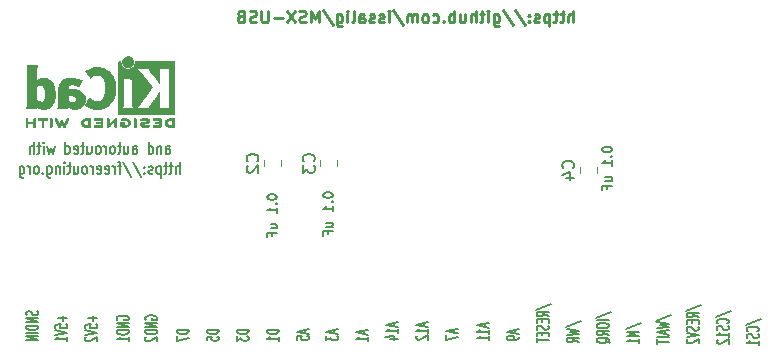
<source format=gbr>
G04 #@! TF.GenerationSoftware,KiCad,Pcbnew,5.1.5+dfsg1-2build2*
G04 #@! TF.CreationDate,2021-12-26T10:41:42+01:00*
G04 #@! TF.ProjectId,MSX USB Drive,4d535820-5553-4422-9044-726976652e6b,rev?*
G04 #@! TF.SameCoordinates,Original*
G04 #@! TF.FileFunction,Legend,Bot*
G04 #@! TF.FilePolarity,Positive*
%FSLAX46Y46*%
G04 Gerber Fmt 4.6, Leading zero omitted, Abs format (unit mm)*
G04 Created by KiCad (PCBNEW 5.1.5+dfsg1-2build2) date 2021-12-26 10:41:42*
%MOMM*%
%LPD*%
G04 APERTURE LIST*
%ADD10C,0.200000*%
%ADD11C,0.150000*%
%ADD12C,0.250000*%
%ADD13C,0.010000*%
%ADD14C,0.120000*%
G04 APERTURE END LIST*
D10*
X625899752Y687162819D02*
X625899752Y687686628D01*
X625937847Y687781866D01*
X626014038Y687829485D01*
X626166419Y687829485D01*
X626242609Y687781866D01*
X625899752Y687210438D02*
X625975942Y687162819D01*
X626166419Y687162819D01*
X626242609Y687210438D01*
X626280704Y687305676D01*
X626280704Y687400914D01*
X626242609Y687496152D01*
X626166419Y687543771D01*
X625975942Y687543771D01*
X625899752Y687591390D01*
X625518800Y687829485D02*
X625518800Y687162819D01*
X625518800Y687734247D02*
X625480704Y687781866D01*
X625404514Y687829485D01*
X625290228Y687829485D01*
X625214038Y687781866D01*
X625175942Y687686628D01*
X625175942Y687162819D01*
X624452133Y687162819D02*
X624452133Y688162819D01*
X624452133Y687210438D02*
X624528323Y687162819D01*
X624680704Y687162819D01*
X624756895Y687210438D01*
X624794990Y687258057D01*
X624833085Y687353295D01*
X624833085Y687639009D01*
X624794990Y687734247D01*
X624756895Y687781866D01*
X624680704Y687829485D01*
X624528323Y687829485D01*
X624452133Y687781866D01*
X623118800Y687162819D02*
X623118800Y687686628D01*
X623156895Y687781866D01*
X623233085Y687829485D01*
X623385466Y687829485D01*
X623461657Y687781866D01*
X623118800Y687210438D02*
X623194990Y687162819D01*
X623385466Y687162819D01*
X623461657Y687210438D01*
X623499752Y687305676D01*
X623499752Y687400914D01*
X623461657Y687496152D01*
X623385466Y687543771D01*
X623194990Y687543771D01*
X623118800Y687591390D01*
X622394990Y687829485D02*
X622394990Y687162819D01*
X622737847Y687829485D02*
X622737847Y687305676D01*
X622699752Y687210438D01*
X622623561Y687162819D01*
X622509276Y687162819D01*
X622433085Y687210438D01*
X622394990Y687258057D01*
X622128323Y687829485D02*
X621823561Y687829485D01*
X622014038Y688162819D02*
X622014038Y687305676D01*
X621975942Y687210438D01*
X621899752Y687162819D01*
X621823561Y687162819D01*
X621442609Y687162819D02*
X621518800Y687210438D01*
X621556895Y687258057D01*
X621594990Y687353295D01*
X621594990Y687639009D01*
X621556895Y687734247D01*
X621518800Y687781866D01*
X621442609Y687829485D01*
X621328323Y687829485D01*
X621252133Y687781866D01*
X621214038Y687734247D01*
X621175942Y687639009D01*
X621175942Y687353295D01*
X621214038Y687258057D01*
X621252133Y687210438D01*
X621328323Y687162819D01*
X621442609Y687162819D01*
X620833085Y687162819D02*
X620833085Y687829485D01*
X620833085Y687639009D02*
X620794990Y687734247D01*
X620756895Y687781866D01*
X620680704Y687829485D01*
X620604514Y687829485D01*
X620223561Y687162819D02*
X620299752Y687210438D01*
X620337847Y687258057D01*
X620375942Y687353295D01*
X620375942Y687639009D01*
X620337847Y687734247D01*
X620299752Y687781866D01*
X620223561Y687829485D01*
X620109276Y687829485D01*
X620033085Y687781866D01*
X619994990Y687734247D01*
X619956895Y687639009D01*
X619956895Y687353295D01*
X619994990Y687258057D01*
X620033085Y687210438D01*
X620109276Y687162819D01*
X620223561Y687162819D01*
X619271180Y687829485D02*
X619271180Y687162819D01*
X619614038Y687829485D02*
X619614038Y687305676D01*
X619575942Y687210438D01*
X619499752Y687162819D01*
X619385466Y687162819D01*
X619309276Y687210438D01*
X619271180Y687258057D01*
X619004514Y687829485D02*
X618699752Y687829485D01*
X618890228Y688162819D02*
X618890228Y687305676D01*
X618852133Y687210438D01*
X618775942Y687162819D01*
X618699752Y687162819D01*
X618128323Y687210438D02*
X618204514Y687162819D01*
X618356895Y687162819D01*
X618433085Y687210438D01*
X618471180Y687305676D01*
X618471180Y687686628D01*
X618433085Y687781866D01*
X618356895Y687829485D01*
X618204514Y687829485D01*
X618128323Y687781866D01*
X618090228Y687686628D01*
X618090228Y687591390D01*
X618471180Y687496152D01*
X617404514Y687162819D02*
X617404514Y688162819D01*
X617404514Y687210438D02*
X617480704Y687162819D01*
X617633085Y687162819D01*
X617709276Y687210438D01*
X617747371Y687258057D01*
X617785466Y687353295D01*
X617785466Y687639009D01*
X617747371Y687734247D01*
X617709276Y687781866D01*
X617633085Y687829485D01*
X617480704Y687829485D01*
X617404514Y687781866D01*
X616490228Y687829485D02*
X616337847Y687162819D01*
X616185466Y687639009D01*
X616033085Y687162819D01*
X615880704Y687829485D01*
X615575942Y687162819D02*
X615575942Y687829485D01*
X615575942Y688162819D02*
X615614038Y688115200D01*
X615575942Y688067580D01*
X615537847Y688115200D01*
X615575942Y688162819D01*
X615575942Y688067580D01*
X615309276Y687829485D02*
X615004514Y687829485D01*
X615194990Y688162819D02*
X615194990Y687305676D01*
X615156895Y687210438D01*
X615080704Y687162819D01*
X615004514Y687162819D01*
X614737847Y687162819D02*
X614737847Y688162819D01*
X614394990Y687162819D02*
X614394990Y687686628D01*
X614433085Y687781866D01*
X614509276Y687829485D01*
X614623561Y687829485D01*
X614699752Y687781866D01*
X614737847Y687734247D01*
X627099752Y685462819D02*
X627099752Y686462819D01*
X626756895Y685462819D02*
X626756895Y685986628D01*
X626794990Y686081866D01*
X626871180Y686129485D01*
X626985466Y686129485D01*
X627061657Y686081866D01*
X627099752Y686034247D01*
X626490228Y686129485D02*
X626185466Y686129485D01*
X626375942Y686462819D02*
X626375942Y685605676D01*
X626337847Y685510438D01*
X626261657Y685462819D01*
X626185466Y685462819D01*
X626033085Y686129485D02*
X625728323Y686129485D01*
X625918800Y686462819D02*
X625918800Y685605676D01*
X625880704Y685510438D01*
X625804514Y685462819D01*
X625728323Y685462819D01*
X625461657Y686129485D02*
X625461657Y685129485D01*
X625461657Y686081866D02*
X625385466Y686129485D01*
X625233085Y686129485D01*
X625156895Y686081866D01*
X625118800Y686034247D01*
X625080704Y685939009D01*
X625080704Y685653295D01*
X625118800Y685558057D01*
X625156895Y685510438D01*
X625233085Y685462819D01*
X625385466Y685462819D01*
X625461657Y685510438D01*
X624775942Y685510438D02*
X624699752Y685462819D01*
X624547371Y685462819D01*
X624471180Y685510438D01*
X624433085Y685605676D01*
X624433085Y685653295D01*
X624471180Y685748533D01*
X624547371Y685796152D01*
X624661657Y685796152D01*
X624737847Y685843771D01*
X624775942Y685939009D01*
X624775942Y685986628D01*
X624737847Y686081866D01*
X624661657Y686129485D01*
X624547371Y686129485D01*
X624471180Y686081866D01*
X624090228Y685558057D02*
X624052133Y685510438D01*
X624090228Y685462819D01*
X624128323Y685510438D01*
X624090228Y685558057D01*
X624090228Y685462819D01*
X624090228Y686081866D02*
X624052133Y686034247D01*
X624090228Y685986628D01*
X624128323Y686034247D01*
X624090228Y686081866D01*
X624090228Y685986628D01*
X623137847Y686510438D02*
X623823561Y685224723D01*
X622299752Y686510438D02*
X622985466Y685224723D01*
X622147371Y686129485D02*
X621842609Y686129485D01*
X622033085Y685462819D02*
X622033085Y686319961D01*
X621994990Y686415200D01*
X621918800Y686462819D01*
X621842609Y686462819D01*
X621575942Y685462819D02*
X621575942Y686129485D01*
X621575942Y685939009D02*
X621537847Y686034247D01*
X621499752Y686081866D01*
X621423561Y686129485D01*
X621347371Y686129485D01*
X620775942Y685510438D02*
X620852133Y685462819D01*
X621004514Y685462819D01*
X621080704Y685510438D01*
X621118800Y685605676D01*
X621118800Y685986628D01*
X621080704Y686081866D01*
X621004514Y686129485D01*
X620852133Y686129485D01*
X620775942Y686081866D01*
X620737847Y685986628D01*
X620737847Y685891390D01*
X621118800Y685796152D01*
X620090228Y685510438D02*
X620166419Y685462819D01*
X620318800Y685462819D01*
X620394990Y685510438D01*
X620433085Y685605676D01*
X620433085Y685986628D01*
X620394990Y686081866D01*
X620318800Y686129485D01*
X620166419Y686129485D01*
X620090228Y686081866D01*
X620052133Y685986628D01*
X620052133Y685891390D01*
X620433085Y685796152D01*
X619709276Y685462819D02*
X619709276Y686129485D01*
X619709276Y685939009D02*
X619671180Y686034247D01*
X619633085Y686081866D01*
X619556895Y686129485D01*
X619480704Y686129485D01*
X619099752Y685462819D02*
X619175942Y685510438D01*
X619214038Y685558057D01*
X619252133Y685653295D01*
X619252133Y685939009D01*
X619214038Y686034247D01*
X619175942Y686081866D01*
X619099752Y686129485D01*
X618985466Y686129485D01*
X618909276Y686081866D01*
X618871180Y686034247D01*
X618833085Y685939009D01*
X618833085Y685653295D01*
X618871180Y685558057D01*
X618909276Y685510438D01*
X618985466Y685462819D01*
X619099752Y685462819D01*
X618147371Y686129485D02*
X618147371Y685462819D01*
X618490228Y686129485D02*
X618490228Y685605676D01*
X618452133Y685510438D01*
X618375942Y685462819D01*
X618261657Y685462819D01*
X618185466Y685510438D01*
X618147371Y685558057D01*
X617880704Y686129485D02*
X617575942Y686129485D01*
X617766419Y686462819D02*
X617766419Y685605676D01*
X617728323Y685510438D01*
X617652133Y685462819D01*
X617575942Y685462819D01*
X617309276Y685462819D02*
X617309276Y686129485D01*
X617309276Y686462819D02*
X617347371Y686415200D01*
X617309276Y686367580D01*
X617271180Y686415200D01*
X617309276Y686462819D01*
X617309276Y686367580D01*
X616928323Y686129485D02*
X616928323Y685462819D01*
X616928323Y686034247D02*
X616890228Y686081866D01*
X616814038Y686129485D01*
X616699752Y686129485D01*
X616623561Y686081866D01*
X616585466Y685986628D01*
X616585466Y685462819D01*
X615861657Y686129485D02*
X615861657Y685319961D01*
X615899752Y685224723D01*
X615937847Y685177104D01*
X616014038Y685129485D01*
X616128323Y685129485D01*
X616204514Y685177104D01*
X615861657Y685510438D02*
X615937847Y685462819D01*
X616090228Y685462819D01*
X616166419Y685510438D01*
X616204514Y685558057D01*
X616242609Y685653295D01*
X616242609Y685939009D01*
X616204514Y686034247D01*
X616166419Y686081866D01*
X616090228Y686129485D01*
X615937847Y686129485D01*
X615861657Y686081866D01*
X615480704Y685558057D02*
X615442609Y685510438D01*
X615480704Y685462819D01*
X615518800Y685510438D01*
X615480704Y685558057D01*
X615480704Y685462819D01*
X614985466Y685462819D02*
X615061657Y685510438D01*
X615099752Y685558057D01*
X615137847Y685653295D01*
X615137847Y685939009D01*
X615099752Y686034247D01*
X615061657Y686081866D01*
X614985466Y686129485D01*
X614871180Y686129485D01*
X614794990Y686081866D01*
X614756895Y686034247D01*
X614718800Y685939009D01*
X614718800Y685653295D01*
X614756895Y685558057D01*
X614794990Y685510438D01*
X614871180Y685462819D01*
X614985466Y685462819D01*
X614375942Y685462819D02*
X614375942Y686129485D01*
X614375942Y685939009D02*
X614337847Y686034247D01*
X614299752Y686081866D01*
X614223561Y686129485D01*
X614147371Y686129485D01*
X613537847Y686129485D02*
X613537847Y685319961D01*
X613575942Y685224723D01*
X613614038Y685177104D01*
X613690228Y685129485D01*
X613804514Y685129485D01*
X613880704Y685177104D01*
X613537847Y685510438D02*
X613614038Y685462819D01*
X613766419Y685462819D01*
X613842609Y685510438D01*
X613880704Y685558057D01*
X613918800Y685653295D01*
X613918800Y685939009D01*
X613880704Y686034247D01*
X613842609Y686081866D01*
X613766419Y686129485D01*
X613614038Y686129485D01*
X613537847Y686081866D01*
D11*
X662857504Y687571447D02*
X662857504Y687495257D01*
X662895600Y687419066D01*
X662933695Y687380971D01*
X663009885Y687342876D01*
X663162266Y687304780D01*
X663352742Y687304780D01*
X663505123Y687342876D01*
X663581314Y687380971D01*
X663619409Y687419066D01*
X663657504Y687495257D01*
X663657504Y687571447D01*
X663619409Y687647638D01*
X663581314Y687685733D01*
X663505123Y687723828D01*
X663352742Y687761923D01*
X663162266Y687761923D01*
X663009885Y687723828D01*
X662933695Y687685733D01*
X662895600Y687647638D01*
X662857504Y687571447D01*
X663581314Y686961923D02*
X663619409Y686923828D01*
X663657504Y686961923D01*
X663619409Y687000019D01*
X663581314Y686961923D01*
X663657504Y686961923D01*
X663657504Y686161923D02*
X663657504Y686619066D01*
X663657504Y686390495D02*
X662857504Y686390495D01*
X662971790Y686466685D01*
X663047980Y686542876D01*
X663086076Y686619066D01*
X663124171Y684866685D02*
X663657504Y684866685D01*
X663124171Y685209542D02*
X663543219Y685209542D01*
X663619409Y685171447D01*
X663657504Y685095257D01*
X663657504Y684980971D01*
X663619409Y684904780D01*
X663581314Y684866685D01*
X663238457Y684219066D02*
X663238457Y684485733D01*
X663657504Y684485733D02*
X662857504Y684485733D01*
X662857504Y684104780D01*
X639235504Y683710647D02*
X639235504Y683634457D01*
X639273600Y683558266D01*
X639311695Y683520171D01*
X639387885Y683482076D01*
X639540266Y683443980D01*
X639730742Y683443980D01*
X639883123Y683482076D01*
X639959314Y683520171D01*
X639997409Y683558266D01*
X640035504Y683634457D01*
X640035504Y683710647D01*
X639997409Y683786838D01*
X639959314Y683824933D01*
X639883123Y683863028D01*
X639730742Y683901123D01*
X639540266Y683901123D01*
X639387885Y683863028D01*
X639311695Y683824933D01*
X639273600Y683786838D01*
X639235504Y683710647D01*
X639959314Y683101123D02*
X639997409Y683063028D01*
X640035504Y683101123D01*
X639997409Y683139219D01*
X639959314Y683101123D01*
X640035504Y683101123D01*
X640035504Y682301123D02*
X640035504Y682758266D01*
X640035504Y682529695D02*
X639235504Y682529695D01*
X639349790Y682605885D01*
X639425980Y682682076D01*
X639464076Y682758266D01*
X639502171Y681005885D02*
X640035504Y681005885D01*
X639502171Y681348742D02*
X639921219Y681348742D01*
X639997409Y681310647D01*
X640035504Y681234457D01*
X640035504Y681120171D01*
X639997409Y681043980D01*
X639959314Y681005885D01*
X639616457Y680358266D02*
X639616457Y680624933D01*
X640035504Y680624933D02*
X639235504Y680624933D01*
X639235504Y680243980D01*
X634511104Y683558247D02*
X634511104Y683482057D01*
X634549200Y683405866D01*
X634587295Y683367771D01*
X634663485Y683329676D01*
X634815866Y683291580D01*
X635006342Y683291580D01*
X635158723Y683329676D01*
X635234914Y683367771D01*
X635273009Y683405866D01*
X635311104Y683482057D01*
X635311104Y683558247D01*
X635273009Y683634438D01*
X635234914Y683672533D01*
X635158723Y683710628D01*
X635006342Y683748723D01*
X634815866Y683748723D01*
X634663485Y683710628D01*
X634587295Y683672533D01*
X634549200Y683634438D01*
X634511104Y683558247D01*
X635234914Y682948723D02*
X635273009Y682910628D01*
X635311104Y682948723D01*
X635273009Y682986819D01*
X635234914Y682948723D01*
X635311104Y682948723D01*
X635311104Y682148723D02*
X635311104Y682605866D01*
X635311104Y682377295D02*
X634511104Y682377295D01*
X634625390Y682453485D01*
X634701580Y682529676D01*
X634739676Y682605866D01*
X634777771Y680853485D02*
X635311104Y680853485D01*
X634777771Y681196342D02*
X635196819Y681196342D01*
X635273009Y681158247D01*
X635311104Y681082057D01*
X635311104Y680967771D01*
X635273009Y680891580D01*
X635234914Y680853485D01*
X634892057Y680205866D02*
X634892057Y680472533D01*
X635311104Y680472533D02*
X634511104Y680472533D01*
X634511104Y680091580D01*
D12*
X660417276Y698301619D02*
X660417276Y699301619D01*
X659988704Y698301619D02*
X659988704Y698825428D01*
X660036323Y698920666D01*
X660131561Y698968285D01*
X660274419Y698968285D01*
X660369657Y698920666D01*
X660417276Y698873047D01*
X659655371Y698968285D02*
X659274419Y698968285D01*
X659512514Y699301619D02*
X659512514Y698444476D01*
X659464895Y698349238D01*
X659369657Y698301619D01*
X659274419Y698301619D01*
X659083942Y698968285D02*
X658702990Y698968285D01*
X658941085Y699301619D02*
X658941085Y698444476D01*
X658893466Y698349238D01*
X658798228Y698301619D01*
X658702990Y698301619D01*
X658369657Y698968285D02*
X658369657Y697968285D01*
X658369657Y698920666D02*
X658274419Y698968285D01*
X658083942Y698968285D01*
X657988704Y698920666D01*
X657941085Y698873047D01*
X657893466Y698777809D01*
X657893466Y698492095D01*
X657941085Y698396857D01*
X657988704Y698349238D01*
X658083942Y698301619D01*
X658274419Y698301619D01*
X658369657Y698349238D01*
X657512514Y698349238D02*
X657417276Y698301619D01*
X657226800Y698301619D01*
X657131561Y698349238D01*
X657083942Y698444476D01*
X657083942Y698492095D01*
X657131561Y698587333D01*
X657226800Y698634952D01*
X657369657Y698634952D01*
X657464895Y698682571D01*
X657512514Y698777809D01*
X657512514Y698825428D01*
X657464895Y698920666D01*
X657369657Y698968285D01*
X657226800Y698968285D01*
X657131561Y698920666D01*
X656655371Y698396857D02*
X656607752Y698349238D01*
X656655371Y698301619D01*
X656702990Y698349238D01*
X656655371Y698396857D01*
X656655371Y698301619D01*
X656655371Y698920666D02*
X656607752Y698873047D01*
X656655371Y698825428D01*
X656702990Y698873047D01*
X656655371Y698920666D01*
X656655371Y698825428D01*
X655464895Y699349238D02*
X656322038Y698063523D01*
X654417276Y699349238D02*
X655274419Y698063523D01*
X653655371Y698968285D02*
X653655371Y698158761D01*
X653702990Y698063523D01*
X653750609Y698015904D01*
X653845847Y697968285D01*
X653988704Y697968285D01*
X654083942Y698015904D01*
X653655371Y698349238D02*
X653750609Y698301619D01*
X653941085Y698301619D01*
X654036323Y698349238D01*
X654083942Y698396857D01*
X654131561Y698492095D01*
X654131561Y698777809D01*
X654083942Y698873047D01*
X654036323Y698920666D01*
X653941085Y698968285D01*
X653750609Y698968285D01*
X653655371Y698920666D01*
X653179180Y698301619D02*
X653179180Y698968285D01*
X653179180Y699301619D02*
X653226800Y699254000D01*
X653179180Y699206380D01*
X653131561Y699254000D01*
X653179180Y699301619D01*
X653179180Y699206380D01*
X652845847Y698968285D02*
X652464895Y698968285D01*
X652702990Y699301619D02*
X652702990Y698444476D01*
X652655371Y698349238D01*
X652560133Y698301619D01*
X652464895Y698301619D01*
X652131561Y698301619D02*
X652131561Y699301619D01*
X651702990Y698301619D02*
X651702990Y698825428D01*
X651750609Y698920666D01*
X651845847Y698968285D01*
X651988704Y698968285D01*
X652083942Y698920666D01*
X652131561Y698873047D01*
X650798228Y698968285D02*
X650798228Y698301619D01*
X651226800Y698968285D02*
X651226800Y698444476D01*
X651179180Y698349238D01*
X651083942Y698301619D01*
X650941085Y698301619D01*
X650845847Y698349238D01*
X650798228Y698396857D01*
X650322038Y698301619D02*
X650322038Y699301619D01*
X650322038Y698920666D02*
X650226800Y698968285D01*
X650036323Y698968285D01*
X649941085Y698920666D01*
X649893466Y698873047D01*
X649845847Y698777809D01*
X649845847Y698492095D01*
X649893466Y698396857D01*
X649941085Y698349238D01*
X650036323Y698301619D01*
X650226800Y698301619D01*
X650322038Y698349238D01*
X649417276Y698396857D02*
X649369657Y698349238D01*
X649417276Y698301619D01*
X649464895Y698349238D01*
X649417276Y698396857D01*
X649417276Y698301619D01*
X648512514Y698349238D02*
X648607752Y698301619D01*
X648798228Y698301619D01*
X648893466Y698349238D01*
X648941085Y698396857D01*
X648988704Y698492095D01*
X648988704Y698777809D01*
X648941085Y698873047D01*
X648893466Y698920666D01*
X648798228Y698968285D01*
X648607752Y698968285D01*
X648512514Y698920666D01*
X647941085Y698301619D02*
X648036323Y698349238D01*
X648083942Y698396857D01*
X648131561Y698492095D01*
X648131561Y698777809D01*
X648083942Y698873047D01*
X648036323Y698920666D01*
X647941085Y698968285D01*
X647798228Y698968285D01*
X647702990Y698920666D01*
X647655371Y698873047D01*
X647607752Y698777809D01*
X647607752Y698492095D01*
X647655371Y698396857D01*
X647702990Y698349238D01*
X647798228Y698301619D01*
X647941085Y698301619D01*
X647179180Y698301619D02*
X647179180Y698968285D01*
X647179180Y698873047D02*
X647131561Y698920666D01*
X647036323Y698968285D01*
X646893466Y698968285D01*
X646798228Y698920666D01*
X646750609Y698825428D01*
X646750609Y698301619D01*
X646750609Y698825428D02*
X646702990Y698920666D01*
X646607752Y698968285D01*
X646464895Y698968285D01*
X646369657Y698920666D01*
X646322038Y698825428D01*
X646322038Y698301619D01*
X645131561Y699349238D02*
X645988704Y698063523D01*
X644798228Y698301619D02*
X644798228Y698968285D01*
X644798228Y699301619D02*
X644845847Y699254000D01*
X644798228Y699206380D01*
X644750609Y699254000D01*
X644798228Y699301619D01*
X644798228Y699206380D01*
X644369657Y698349238D02*
X644274419Y698301619D01*
X644083942Y698301619D01*
X643988704Y698349238D01*
X643941085Y698444476D01*
X643941085Y698492095D01*
X643988704Y698587333D01*
X644083942Y698634952D01*
X644226800Y698634952D01*
X644322038Y698682571D01*
X644369657Y698777809D01*
X644369657Y698825428D01*
X644322038Y698920666D01*
X644226800Y698968285D01*
X644083942Y698968285D01*
X643988704Y698920666D01*
X643560133Y698349238D02*
X643464895Y698301619D01*
X643274419Y698301619D01*
X643179180Y698349238D01*
X643131561Y698444476D01*
X643131561Y698492095D01*
X643179180Y698587333D01*
X643274419Y698634952D01*
X643417276Y698634952D01*
X643512514Y698682571D01*
X643560133Y698777809D01*
X643560133Y698825428D01*
X643512514Y698920666D01*
X643417276Y698968285D01*
X643274419Y698968285D01*
X643179180Y698920666D01*
X642274419Y698301619D02*
X642274419Y698825428D01*
X642322038Y698920666D01*
X642417276Y698968285D01*
X642607752Y698968285D01*
X642702990Y698920666D01*
X642274419Y698349238D02*
X642369657Y698301619D01*
X642607752Y698301619D01*
X642702990Y698349238D01*
X642750609Y698444476D01*
X642750609Y698539714D01*
X642702990Y698634952D01*
X642607752Y698682571D01*
X642369657Y698682571D01*
X642274419Y698730190D01*
X641655371Y698301619D02*
X641750609Y698349238D01*
X641798228Y698444476D01*
X641798228Y699301619D01*
X641274419Y698301619D02*
X641274419Y698968285D01*
X641274419Y699301619D02*
X641322038Y699254000D01*
X641274419Y699206380D01*
X641226800Y699254000D01*
X641274419Y699301619D01*
X641274419Y699206380D01*
X640369657Y698968285D02*
X640369657Y698158761D01*
X640417276Y698063523D01*
X640464895Y698015904D01*
X640560133Y697968285D01*
X640702990Y697968285D01*
X640798228Y698015904D01*
X640369657Y698349238D02*
X640464895Y698301619D01*
X640655371Y698301619D01*
X640750609Y698349238D01*
X640798228Y698396857D01*
X640845847Y698492095D01*
X640845847Y698777809D01*
X640798228Y698873047D01*
X640750609Y698920666D01*
X640655371Y698968285D01*
X640464895Y698968285D01*
X640369657Y698920666D01*
X639179180Y699349238D02*
X640036323Y698063523D01*
X638845847Y698301619D02*
X638845847Y699301619D01*
X638512514Y698587333D01*
X638179180Y699301619D01*
X638179180Y698301619D01*
X637750609Y698349238D02*
X637607752Y698301619D01*
X637369657Y698301619D01*
X637274419Y698349238D01*
X637226800Y698396857D01*
X637179180Y698492095D01*
X637179180Y698587333D01*
X637226800Y698682571D01*
X637274419Y698730190D01*
X637369657Y698777809D01*
X637560133Y698825428D01*
X637655371Y698873047D01*
X637702990Y698920666D01*
X637750609Y699015904D01*
X637750609Y699111142D01*
X637702990Y699206380D01*
X637655371Y699254000D01*
X637560133Y699301619D01*
X637322038Y699301619D01*
X637179180Y699254000D01*
X636845847Y699301619D02*
X636179180Y698301619D01*
X636179180Y699301619D02*
X636845847Y698301619D01*
X635798228Y698682571D02*
X635036323Y698682571D01*
X634560133Y699301619D02*
X634560133Y698492095D01*
X634512514Y698396857D01*
X634464895Y698349238D01*
X634369657Y698301619D01*
X634179180Y698301619D01*
X634083942Y698349238D01*
X634036323Y698396857D01*
X633988704Y698492095D01*
X633988704Y699301619D01*
X633560133Y698349238D02*
X633417276Y698301619D01*
X633179180Y698301619D01*
X633083942Y698349238D01*
X633036323Y698396857D01*
X632988704Y698492095D01*
X632988704Y698587333D01*
X633036323Y698682571D01*
X633083942Y698730190D01*
X633179180Y698777809D01*
X633369657Y698825428D01*
X633464895Y698873047D01*
X633512514Y698920666D01*
X633560133Y699015904D01*
X633560133Y699111142D01*
X633512514Y699206380D01*
X633464895Y699254000D01*
X633369657Y699301619D01*
X633131561Y699301619D01*
X632988704Y699254000D01*
X632226800Y698825428D02*
X632083942Y698777809D01*
X632036323Y698730190D01*
X631988704Y698634952D01*
X631988704Y698492095D01*
X632036323Y698396857D01*
X632083942Y698349238D01*
X632179180Y698301619D01*
X632560133Y698301619D01*
X632560133Y699301619D01*
X632226800Y699301619D01*
X632131561Y699254000D01*
X632083942Y699206380D01*
X632036323Y699111142D01*
X632036323Y699015904D01*
X632083942Y698920666D01*
X632131561Y698873047D01*
X632226800Y698825428D01*
X632560133Y698825428D01*
D11*
X615021261Y673834857D02*
X615068880Y673749142D01*
X615068880Y673606285D01*
X615021261Y673549142D01*
X614973642Y673520571D01*
X614878404Y673492000D01*
X614783166Y673492000D01*
X614687928Y673520571D01*
X614640309Y673549142D01*
X614592690Y673606285D01*
X614545071Y673720571D01*
X614497452Y673777714D01*
X614449833Y673806285D01*
X614354595Y673834857D01*
X614259357Y673834857D01*
X614164119Y673806285D01*
X614116500Y673777714D01*
X614068880Y673720571D01*
X614068880Y673577714D01*
X614116500Y673492000D01*
X615068880Y673234857D02*
X614068880Y673234857D01*
X615068880Y672892000D01*
X614068880Y672892000D01*
X615068880Y672606285D02*
X614068880Y672606285D01*
X614068880Y672463428D01*
X614116500Y672377714D01*
X614211738Y672320571D01*
X614306976Y672292000D01*
X614497452Y672263428D01*
X614640309Y672263428D01*
X614830785Y672292000D01*
X614926023Y672320571D01*
X615021261Y672377714D01*
X615068880Y672463428D01*
X615068880Y672606285D01*
X615068880Y672006285D02*
X614068880Y672006285D01*
X615068880Y671720571D02*
X614068880Y671720571D01*
X615068880Y671377714D01*
X614068880Y671377714D01*
X624213000Y673144357D02*
X624165380Y673201500D01*
X624165380Y673287214D01*
X624213000Y673372928D01*
X624308238Y673430071D01*
X624403476Y673458642D01*
X624593952Y673487214D01*
X624736809Y673487214D01*
X624927285Y673458642D01*
X625022523Y673430071D01*
X625117761Y673372928D01*
X625165380Y673287214D01*
X625165380Y673230071D01*
X625117761Y673144357D01*
X625070142Y673115785D01*
X624736809Y673115785D01*
X624736809Y673230071D01*
X625165380Y672858642D02*
X624165380Y672858642D01*
X625165380Y672515785D01*
X624165380Y672515785D01*
X625165380Y672230071D02*
X624165380Y672230071D01*
X624165380Y672087214D01*
X624213000Y672001500D01*
X624308238Y671944357D01*
X624403476Y671915785D01*
X624593952Y671887214D01*
X624736809Y671887214D01*
X624927285Y671915785D01*
X625022523Y671944357D01*
X625117761Y672001500D01*
X625165380Y672087214D01*
X625165380Y672230071D01*
X624260619Y671658642D02*
X624213000Y671630071D01*
X624165380Y671572928D01*
X624165380Y671430071D01*
X624213000Y671372928D01*
X624260619Y671344357D01*
X624355857Y671315785D01*
X624451095Y671315785D01*
X624593952Y671344357D01*
X625165380Y671687214D01*
X625165380Y671315785D01*
X621800000Y673131657D02*
X621752380Y673188800D01*
X621752380Y673274514D01*
X621800000Y673360228D01*
X621895238Y673417371D01*
X621990476Y673445942D01*
X622180952Y673474514D01*
X622323809Y673474514D01*
X622514285Y673445942D01*
X622609523Y673417371D01*
X622704761Y673360228D01*
X622752380Y673274514D01*
X622752380Y673217371D01*
X622704761Y673131657D01*
X622657142Y673103085D01*
X622323809Y673103085D01*
X622323809Y673217371D01*
X622752380Y672845942D02*
X621752380Y672845942D01*
X622752380Y672503085D01*
X621752380Y672503085D01*
X622752380Y672217371D02*
X621752380Y672217371D01*
X621752380Y672074514D01*
X621800000Y671988800D01*
X621895238Y671931657D01*
X621990476Y671903085D01*
X622180952Y671874514D01*
X622323809Y671874514D01*
X622514285Y671903085D01*
X622609523Y671931657D01*
X622704761Y671988800D01*
X622752380Y672074514D01*
X622752380Y672217371D01*
X622752380Y671303085D02*
X622752380Y671645942D01*
X622752380Y671474514D02*
X621752380Y671474514D01*
X621895238Y671531657D01*
X621990476Y671588800D01*
X622038095Y671645942D01*
X619704428Y673458642D02*
X619704428Y673001500D01*
X620085380Y673230071D02*
X619323476Y673230071D01*
X619085380Y672430071D02*
X619085380Y672715785D01*
X619561571Y672744357D01*
X619513952Y672715785D01*
X619466333Y672658642D01*
X619466333Y672515785D01*
X619513952Y672458642D01*
X619561571Y672430071D01*
X619656809Y672401500D01*
X619894904Y672401500D01*
X619990142Y672430071D01*
X620037761Y672458642D01*
X620085380Y672515785D01*
X620085380Y672658642D01*
X620037761Y672715785D01*
X619990142Y672744357D01*
X619085380Y672230071D02*
X620085380Y672030071D01*
X619085380Y671830071D01*
X619180619Y671658642D02*
X619133000Y671630071D01*
X619085380Y671572928D01*
X619085380Y671430071D01*
X619133000Y671372928D01*
X619180619Y671344357D01*
X619275857Y671315785D01*
X619371095Y671315785D01*
X619513952Y671344357D01*
X620085380Y671687214D01*
X620085380Y671315785D01*
X617164428Y673458642D02*
X617164428Y673001500D01*
X617545380Y673230071D02*
X616783476Y673230071D01*
X616545380Y672430071D02*
X616545380Y672715785D01*
X617021571Y672744357D01*
X616973952Y672715785D01*
X616926333Y672658642D01*
X616926333Y672515785D01*
X616973952Y672458642D01*
X617021571Y672430071D01*
X617116809Y672401500D01*
X617354904Y672401500D01*
X617450142Y672430071D01*
X617497761Y672458642D01*
X617545380Y672515785D01*
X617545380Y672658642D01*
X617497761Y672715785D01*
X617450142Y672744357D01*
X616545380Y672230071D02*
X617545380Y672030071D01*
X616545380Y671830071D01*
X617545380Y671315785D02*
X617545380Y671658642D01*
X617545380Y671487214D02*
X616545380Y671487214D01*
X616688238Y671544357D01*
X616783476Y671601500D01*
X616831095Y671658642D01*
X627832380Y672272857D02*
X626832380Y672272857D01*
X626832380Y672130000D01*
X626880000Y672044285D01*
X626975238Y671987142D01*
X627070476Y671958571D01*
X627260952Y671930000D01*
X627403809Y671930000D01*
X627594285Y671958571D01*
X627689523Y671987142D01*
X627784761Y672044285D01*
X627832380Y672130000D01*
X627832380Y672272857D01*
X626832380Y671730000D02*
X626832380Y671330000D01*
X627832380Y671587142D01*
X637706666Y672258571D02*
X637706666Y671972857D01*
X637992380Y672315714D02*
X636992380Y672115714D01*
X637992380Y671915714D01*
X636992380Y671430000D02*
X636992380Y671715714D01*
X637468571Y671744285D01*
X637420952Y671715714D01*
X637373333Y671658571D01*
X637373333Y671515714D01*
X637420952Y671458571D01*
X637468571Y671430000D01*
X637563809Y671401428D01*
X637801904Y671401428D01*
X637897142Y671430000D01*
X637944761Y671458571D01*
X637992380Y671515714D01*
X637992380Y671658571D01*
X637944761Y671715714D01*
X637897142Y671744285D01*
X635452380Y672272857D02*
X634452380Y672272857D01*
X634452380Y672130000D01*
X634500000Y672044285D01*
X634595238Y671987142D01*
X634690476Y671958571D01*
X634880952Y671930000D01*
X635023809Y671930000D01*
X635214285Y671958571D01*
X635309523Y671987142D01*
X635404761Y672044285D01*
X635452380Y672130000D01*
X635452380Y672272857D01*
X635452380Y671358571D02*
X635452380Y671701428D01*
X635452380Y671530000D02*
X634452380Y671530000D01*
X634595238Y671587142D01*
X634690476Y671644285D01*
X634738095Y671701428D01*
X632912380Y672272857D02*
X631912380Y672272857D01*
X631912380Y672130000D01*
X631960000Y672044285D01*
X632055238Y671987142D01*
X632150476Y671958571D01*
X632340952Y671930000D01*
X632483809Y671930000D01*
X632674285Y671958571D01*
X632769523Y671987142D01*
X632864761Y672044285D01*
X632912380Y672130000D01*
X632912380Y672272857D01*
X631912380Y671730000D02*
X631912380Y671358571D01*
X632293333Y671558571D01*
X632293333Y671472857D01*
X632340952Y671415714D01*
X632388571Y671387142D01*
X632483809Y671358571D01*
X632721904Y671358571D01*
X632817142Y671387142D01*
X632864761Y671415714D01*
X632912380Y671472857D01*
X632912380Y671644285D01*
X632864761Y671701428D01*
X632817142Y671730000D01*
X630372380Y672272857D02*
X629372380Y672272857D01*
X629372380Y672130000D01*
X629420000Y672044285D01*
X629515238Y671987142D01*
X629610476Y671958571D01*
X629800952Y671930000D01*
X629943809Y671930000D01*
X630134285Y671958571D01*
X630229523Y671987142D01*
X630324761Y672044285D01*
X630372380Y672130000D01*
X630372380Y672272857D01*
X629372380Y671387142D02*
X629372380Y671672857D01*
X629848571Y671701428D01*
X629800952Y671672857D01*
X629753333Y671615714D01*
X629753333Y671472857D01*
X629800952Y671415714D01*
X629848571Y671387142D01*
X629943809Y671358571D01*
X630181904Y671358571D01*
X630277142Y671387142D01*
X630324761Y671415714D01*
X630372380Y671472857D01*
X630372380Y671615714D01*
X630324761Y671672857D01*
X630277142Y671701428D01*
X640183166Y672258571D02*
X640183166Y671972857D01*
X640468880Y672315714D02*
X639468880Y672115714D01*
X640468880Y671915714D01*
X639468880Y671772857D02*
X639468880Y671401428D01*
X639849833Y671601428D01*
X639849833Y671515714D01*
X639897452Y671458571D01*
X639945071Y671430000D01*
X640040309Y671401428D01*
X640278404Y671401428D01*
X640373642Y671430000D01*
X640421261Y671458571D01*
X640468880Y671515714D01*
X640468880Y671687142D01*
X640421261Y671744285D01*
X640373642Y671772857D01*
X650343166Y672322071D02*
X650343166Y672036357D01*
X650628880Y672379214D02*
X649628880Y672179214D01*
X650628880Y671979214D01*
X649628880Y671836357D02*
X649628880Y671436357D01*
X650628880Y671693500D01*
X647803166Y672861785D02*
X647803166Y672576071D01*
X648088880Y672918928D02*
X647088880Y672718928D01*
X648088880Y672518928D01*
X648088880Y672004642D02*
X648088880Y672347500D01*
X648088880Y672176071D02*
X647088880Y672176071D01*
X647231738Y672233214D01*
X647326976Y672290357D01*
X647374595Y672347500D01*
X647184119Y671776071D02*
X647136500Y671747500D01*
X647088880Y671690357D01*
X647088880Y671547500D01*
X647136500Y671490357D01*
X647184119Y671461785D01*
X647279357Y671433214D01*
X647374595Y671433214D01*
X647517452Y671461785D01*
X648088880Y671804642D01*
X648088880Y671433214D01*
X645263166Y672861785D02*
X645263166Y672576071D01*
X645548880Y672918928D02*
X644548880Y672718928D01*
X645548880Y672518928D01*
X645548880Y672004642D02*
X645548880Y672347500D01*
X645548880Y672176071D02*
X644548880Y672176071D01*
X644691738Y672233214D01*
X644786976Y672290357D01*
X644834595Y672347500D01*
X644882214Y671490357D02*
X645548880Y671490357D01*
X644501261Y671633214D02*
X645215547Y671776071D01*
X645215547Y671404642D01*
X642723166Y672195071D02*
X642723166Y671909357D01*
X643008880Y672252214D02*
X642008880Y672052214D01*
X643008880Y671852214D01*
X643008880Y671337928D02*
X643008880Y671680785D01*
X643008880Y671509357D02*
X642008880Y671509357D01*
X642151738Y671566500D01*
X642246976Y671623642D01*
X642294595Y671680785D01*
X652946666Y672798285D02*
X652946666Y672512571D01*
X653232380Y672855428D02*
X652232380Y672655428D01*
X653232380Y672455428D01*
X653232380Y671941142D02*
X653232380Y672284000D01*
X653232380Y672112571D02*
X652232380Y672112571D01*
X652375238Y672169714D01*
X652470476Y672226857D01*
X652518095Y672284000D01*
X653232380Y671369714D02*
X653232380Y671712571D01*
X653232380Y671541142D02*
X652232380Y671541142D01*
X652375238Y671598285D01*
X652470476Y671655428D01*
X652518095Y671712571D01*
X662344761Y673279285D02*
X663630476Y673793571D01*
X663392380Y673079285D02*
X662392380Y673079285D01*
X662392380Y672679285D02*
X662392380Y672565000D01*
X662440000Y672507857D01*
X662535238Y672450714D01*
X662725714Y672422142D01*
X663059047Y672422142D01*
X663249523Y672450714D01*
X663344761Y672507857D01*
X663392380Y672565000D01*
X663392380Y672679285D01*
X663344761Y672736428D01*
X663249523Y672793571D01*
X663059047Y672822142D01*
X662725714Y672822142D01*
X662535238Y672793571D01*
X662440000Y672736428D01*
X662392380Y672679285D01*
X663392380Y671822142D02*
X662916190Y672022142D01*
X663392380Y672165000D02*
X662392380Y672165000D01*
X662392380Y671936428D01*
X662440000Y671879285D01*
X662487619Y671850714D01*
X662582857Y671822142D01*
X662725714Y671822142D01*
X662820952Y671850714D01*
X662868571Y671879285D01*
X662916190Y671936428D01*
X662916190Y672165000D01*
X663487619Y671165000D02*
X663440000Y671222142D01*
X663344761Y671279285D01*
X663201904Y671365000D01*
X663154285Y671422142D01*
X663154285Y671479285D01*
X663392380Y671450714D02*
X663344761Y671507857D01*
X663249523Y671565000D01*
X663059047Y671593571D01*
X662725714Y671593571D01*
X662535238Y671565000D01*
X662440000Y671507857D01*
X662392380Y671450714D01*
X662392380Y671336428D01*
X662440000Y671279285D01*
X662535238Y671222142D01*
X662725714Y671193571D01*
X663059047Y671193571D01*
X663249523Y671222142D01*
X663344761Y671279285D01*
X663392380Y671336428D01*
X663392380Y671450714D01*
X659804761Y672469714D02*
X661090476Y672984000D01*
X659852380Y672326857D02*
X660852380Y672184000D01*
X660138095Y672069714D01*
X660852380Y671955428D01*
X659852380Y671812571D01*
X660852380Y671241142D02*
X660376190Y671441142D01*
X660852380Y671584000D02*
X659852380Y671584000D01*
X659852380Y671355428D01*
X659900000Y671298285D01*
X659947619Y671269714D01*
X660042857Y671241142D01*
X660185714Y671241142D01*
X660280952Y671269714D01*
X660328571Y671298285D01*
X660376190Y671355428D01*
X660376190Y671584000D01*
X657264761Y673946000D02*
X658550476Y674460285D01*
X658312380Y673403142D02*
X657836190Y673603142D01*
X658312380Y673746000D02*
X657312380Y673746000D01*
X657312380Y673517428D01*
X657360000Y673460285D01*
X657407619Y673431714D01*
X657502857Y673403142D01*
X657645714Y673403142D01*
X657740952Y673431714D01*
X657788571Y673460285D01*
X657836190Y673517428D01*
X657836190Y673746000D01*
X657788571Y673146000D02*
X657788571Y672946000D01*
X658312380Y672860285D02*
X658312380Y673146000D01*
X657312380Y673146000D01*
X657312380Y672860285D01*
X658264761Y672631714D02*
X658312380Y672546000D01*
X658312380Y672403142D01*
X658264761Y672346000D01*
X658217142Y672317428D01*
X658121904Y672288857D01*
X658026666Y672288857D01*
X657931428Y672317428D01*
X657883809Y672346000D01*
X657836190Y672403142D01*
X657788571Y672517428D01*
X657740952Y672574571D01*
X657693333Y672603142D01*
X657598095Y672631714D01*
X657502857Y672631714D01*
X657407619Y672603142D01*
X657360000Y672574571D01*
X657312380Y672517428D01*
X657312380Y672374571D01*
X657360000Y672288857D01*
X657788571Y672031714D02*
X657788571Y671831714D01*
X658312380Y671746000D02*
X658312380Y672031714D01*
X657312380Y672031714D01*
X657312380Y671746000D01*
X657312380Y671574571D02*
X657312380Y671231714D01*
X658312380Y671403142D02*
X657312380Y671403142D01*
X655486666Y672258571D02*
X655486666Y671972857D01*
X655772380Y672315714D02*
X654772380Y672115714D01*
X655772380Y671915714D01*
X655772380Y671687142D02*
X655772380Y671572857D01*
X655724761Y671515714D01*
X655677142Y671487142D01*
X655534285Y671430000D01*
X655343809Y671401428D01*
X654962857Y671401428D01*
X654867619Y671430000D01*
X654820000Y671458571D01*
X654772380Y671515714D01*
X654772380Y671630000D01*
X654820000Y671687142D01*
X654867619Y671715714D01*
X654962857Y671744285D01*
X655200952Y671744285D01*
X655296190Y671715714D01*
X655343809Y671687142D01*
X655391428Y671630000D01*
X655391428Y671515714D01*
X655343809Y671458571D01*
X655296190Y671430000D01*
X655200952Y671401428D01*
X664884761Y672328428D02*
X666170476Y672842714D01*
X665932380Y672128428D02*
X664932380Y672128428D01*
X665646666Y671928428D01*
X664932380Y671728428D01*
X665932380Y671728428D01*
X665932380Y671128428D02*
X665932380Y671471285D01*
X665932380Y671299857D02*
X664932380Y671299857D01*
X665075238Y671357000D01*
X665170476Y671414142D01*
X665218095Y671471285D01*
X667424761Y673052285D02*
X668710476Y673566571D01*
X667472380Y672909428D02*
X668472380Y672766571D01*
X667758095Y672652285D01*
X668472380Y672538000D01*
X667472380Y672395142D01*
X668186666Y672195142D02*
X668186666Y671909428D01*
X668472380Y672252285D02*
X667472380Y672052285D01*
X668472380Y671852285D01*
X668472380Y671652285D02*
X667472380Y671652285D01*
X667472380Y671452285D02*
X667472380Y671109428D01*
X668472380Y671280857D02*
X667472380Y671280857D01*
X669964761Y673861857D02*
X671250476Y674376142D01*
X671012380Y673319000D02*
X670536190Y673519000D01*
X671012380Y673661857D02*
X670012380Y673661857D01*
X670012380Y673433285D01*
X670060000Y673376142D01*
X670107619Y673347571D01*
X670202857Y673319000D01*
X670345714Y673319000D01*
X670440952Y673347571D01*
X670488571Y673376142D01*
X670536190Y673433285D01*
X670536190Y673661857D01*
X670488571Y673061857D02*
X670488571Y672861857D01*
X671012380Y672776142D02*
X671012380Y673061857D01*
X670012380Y673061857D01*
X670012380Y672776142D01*
X670964761Y672547571D02*
X671012380Y672461857D01*
X671012380Y672319000D01*
X670964761Y672261857D01*
X670917142Y672233285D01*
X670821904Y672204714D01*
X670726666Y672204714D01*
X670631428Y672233285D01*
X670583809Y672261857D01*
X670536190Y672319000D01*
X670488571Y672433285D01*
X670440952Y672490428D01*
X670393333Y672519000D01*
X670298095Y672547571D01*
X670202857Y672547571D01*
X670107619Y672519000D01*
X670060000Y672490428D01*
X670012380Y672433285D01*
X670012380Y672290428D01*
X670060000Y672204714D01*
X670012380Y672033285D02*
X671012380Y671833285D01*
X670012380Y671633285D01*
X670107619Y671461857D02*
X670060000Y671433285D01*
X670012380Y671376142D01*
X670012380Y671233285D01*
X670060000Y671176142D01*
X670107619Y671147571D01*
X670202857Y671119000D01*
X670298095Y671119000D01*
X670440952Y671147571D01*
X671012380Y671490428D01*
X671012380Y671119000D01*
X672504761Y673365000D02*
X673790476Y673879285D01*
X673457142Y672822142D02*
X673504761Y672850714D01*
X673552380Y672936428D01*
X673552380Y672993571D01*
X673504761Y673079285D01*
X673409523Y673136428D01*
X673314285Y673165000D01*
X673123809Y673193571D01*
X672980952Y673193571D01*
X672790476Y673165000D01*
X672695238Y673136428D01*
X672600000Y673079285D01*
X672552380Y672993571D01*
X672552380Y672936428D01*
X672600000Y672850714D01*
X672647619Y672822142D01*
X673504761Y672593571D02*
X673552380Y672507857D01*
X673552380Y672365000D01*
X673504761Y672307857D01*
X673457142Y672279285D01*
X673361904Y672250714D01*
X673266666Y672250714D01*
X673171428Y672279285D01*
X673123809Y672307857D01*
X673076190Y672365000D01*
X673028571Y672479285D01*
X672980952Y672536428D01*
X672933333Y672565000D01*
X672838095Y672593571D01*
X672742857Y672593571D01*
X672647619Y672565000D01*
X672600000Y672536428D01*
X672552380Y672479285D01*
X672552380Y672336428D01*
X672600000Y672250714D01*
X673552380Y671679285D02*
X673552380Y672022142D01*
X673552380Y671850714D02*
X672552380Y671850714D01*
X672695238Y671907857D01*
X672790476Y671965000D01*
X672838095Y672022142D01*
X672647619Y671450714D02*
X672600000Y671422142D01*
X672552380Y671365000D01*
X672552380Y671222142D01*
X672600000Y671165000D01*
X672647619Y671136428D01*
X672742857Y671107857D01*
X672838095Y671107857D01*
X672980952Y671136428D01*
X673552380Y671479285D01*
X673552380Y671107857D01*
X675044761Y672698285D02*
X676330476Y673212571D01*
X675997142Y672155428D02*
X676044761Y672184000D01*
X676092380Y672269714D01*
X676092380Y672326857D01*
X676044761Y672412571D01*
X675949523Y672469714D01*
X675854285Y672498285D01*
X675663809Y672526857D01*
X675520952Y672526857D01*
X675330476Y672498285D01*
X675235238Y672469714D01*
X675140000Y672412571D01*
X675092380Y672326857D01*
X675092380Y672269714D01*
X675140000Y672184000D01*
X675187619Y672155428D01*
X676044761Y671926857D02*
X676092380Y671841142D01*
X676092380Y671698285D01*
X676044761Y671641142D01*
X675997142Y671612571D01*
X675901904Y671584000D01*
X675806666Y671584000D01*
X675711428Y671612571D01*
X675663809Y671641142D01*
X675616190Y671698285D01*
X675568571Y671812571D01*
X675520952Y671869714D01*
X675473333Y671898285D01*
X675378095Y671926857D01*
X675282857Y671926857D01*
X675187619Y671898285D01*
X675140000Y671869714D01*
X675092380Y671812571D01*
X675092380Y671669714D01*
X675140000Y671584000D01*
X676092380Y671012571D02*
X676092380Y671355428D01*
X676092380Y671184000D02*
X675092380Y671184000D01*
X675235238Y671241142D01*
X675330476Y671298285D01*
X675378095Y671355428D01*
D13*
G36*
X614089977Y690180267D02*
G01*
X614058598Y690158024D01*
X614030889Y690130315D01*
X614030889Y689820880D01*
X614030962Y689729001D01*
X614031305Y689656960D01*
X614032108Y689602020D01*
X614033559Y689561440D01*
X614035848Y689532483D01*
X614039164Y689512409D01*
X614043695Y689498479D01*
X614049631Y689487955D01*
X614054286Y689481700D01*
X614085017Y689457127D01*
X614120304Y689454459D01*
X614152555Y689469529D01*
X614163212Y689478426D01*
X614170336Y689490243D01*
X614174633Y689509274D01*
X614176809Y689539808D01*
X614177572Y689586138D01*
X614177645Y689621929D01*
X614177645Y689756755D01*
X614674356Y689756755D01*
X614674356Y689634100D01*
X614674869Y689578013D01*
X614676924Y689539467D01*
X614681292Y689513439D01*
X614688744Y689494903D01*
X614697753Y689481700D01*
X614728656Y689457196D01*
X614763604Y689454294D01*
X614797062Y689471711D01*
X614806196Y689480841D01*
X614812648Y689492945D01*
X614816903Y689511799D01*
X614819448Y689541180D01*
X614820771Y689584863D01*
X614821357Y689646625D01*
X614821425Y689660800D01*
X614821909Y689777169D01*
X614822159Y689873073D01*
X614822077Y689950623D01*
X614821569Y690011931D01*
X614820538Y690059110D01*
X614818887Y690094270D01*
X614816521Y690119524D01*
X614813343Y690136983D01*
X614809256Y690148759D01*
X614804166Y690156965D01*
X614798534Y690163155D01*
X614766672Y690182956D01*
X614733443Y690180267D01*
X614702065Y690158024D01*
X614689367Y690143674D01*
X614681274Y690127822D01*
X614676758Y690105246D01*
X614674794Y690070722D01*
X614674356Y690019024D01*
X614674356Y689903511D01*
X614177645Y689903511D01*
X614177645Y690022044D01*
X614177138Y690076652D01*
X614175102Y690113525D01*
X614170765Y690137493D01*
X614163353Y690153385D01*
X614155067Y690163155D01*
X614123206Y690182956D01*
X614089977Y690180267D01*
G37*
X614089977Y690180267D02*
X614058598Y690158024D01*
X614030889Y690130315D01*
X614030889Y689820880D01*
X614030962Y689729001D01*
X614031305Y689656960D01*
X614032108Y689602020D01*
X614033559Y689561440D01*
X614035848Y689532483D01*
X614039164Y689512409D01*
X614043695Y689498479D01*
X614049631Y689487955D01*
X614054286Y689481700D01*
X614085017Y689457127D01*
X614120304Y689454459D01*
X614152555Y689469529D01*
X614163212Y689478426D01*
X614170336Y689490243D01*
X614174633Y689509274D01*
X614176809Y689539808D01*
X614177572Y689586138D01*
X614177645Y689621929D01*
X614177645Y689756755D01*
X614674356Y689756755D01*
X614674356Y689634100D01*
X614674869Y689578013D01*
X614676924Y689539467D01*
X614681292Y689513439D01*
X614688744Y689494903D01*
X614697753Y689481700D01*
X614728656Y689457196D01*
X614763604Y689454294D01*
X614797062Y689471711D01*
X614806196Y689480841D01*
X614812648Y689492945D01*
X614816903Y689511799D01*
X614819448Y689541180D01*
X614820771Y689584863D01*
X614821357Y689646625D01*
X614821425Y689660800D01*
X614821909Y689777169D01*
X614822159Y689873073D01*
X614822077Y689950623D01*
X614821569Y690011931D01*
X614820538Y690059110D01*
X614818887Y690094270D01*
X614816521Y690119524D01*
X614813343Y690136983D01*
X614809256Y690148759D01*
X614804166Y690156965D01*
X614798534Y690163155D01*
X614766672Y690182956D01*
X614733443Y690180267D01*
X614702065Y690158024D01*
X614689367Y690143674D01*
X614681274Y690127822D01*
X614676758Y690105246D01*
X614674794Y690070722D01*
X614674356Y690019024D01*
X614674356Y689903511D01*
X614177645Y689903511D01*
X614177645Y690022044D01*
X614177138Y690076652D01*
X614175102Y690113525D01*
X614170765Y690137493D01*
X614163353Y690153385D01*
X614155067Y690163155D01*
X614123206Y690182956D01*
X614089977Y690180267D01*
G36*
X615355735Y690185637D02*
G01*
X615277028Y690185258D01*
X615215937Y690184467D01*
X615169983Y690183130D01*
X615136686Y690181117D01*
X615113564Y690178294D01*
X615098138Y690174531D01*
X615087929Y690169695D01*
X615082987Y690165978D01*
X615057343Y690133442D01*
X615054241Y690099662D01*
X615070089Y690068974D01*
X615080452Y690056711D01*
X615091604Y690048350D01*
X615107765Y690043143D01*
X615133158Y690040343D01*
X615172002Y690039204D01*
X615228520Y690038979D01*
X615239620Y690038978D01*
X615385556Y690038978D01*
X615385556Y689768044D01*
X615385652Y689682646D01*
X615386089Y689616936D01*
X615387088Y689568026D01*
X615388872Y689533027D01*
X615391663Y689509051D01*
X615395683Y689493207D01*
X615401155Y689482609D01*
X615408134Y689474533D01*
X615441066Y689454688D01*
X615475446Y689456252D01*
X615506624Y689478894D01*
X615508914Y689481700D01*
X615516371Y689492308D01*
X615522053Y689504719D01*
X615526199Y689521950D01*
X615529050Y689547016D01*
X615530846Y689582933D01*
X615531828Y689632717D01*
X615532236Y689699383D01*
X615532311Y689775211D01*
X615532311Y690038978D01*
X615671673Y690038978D01*
X615731478Y690039382D01*
X615772882Y690040960D01*
X615800052Y690044253D01*
X615817154Y690049808D01*
X615828357Y690058169D01*
X615829717Y690059622D01*
X615846075Y690092861D01*
X615844628Y690130438D01*
X615825822Y690163155D01*
X615818550Y690169502D01*
X615809173Y690174534D01*
X615795191Y690178404D01*
X615774104Y690181263D01*
X615743411Y690183265D01*
X615700611Y690184561D01*
X615643205Y690185302D01*
X615568690Y690185642D01*
X615474567Y690185732D01*
X615454540Y690185733D01*
X615355735Y690185637D01*
G37*
X615355735Y690185637D02*
X615277028Y690185258D01*
X615215937Y690184467D01*
X615169983Y690183130D01*
X615136686Y690181117D01*
X615113564Y690178294D01*
X615098138Y690174531D01*
X615087929Y690169695D01*
X615082987Y690165978D01*
X615057343Y690133442D01*
X615054241Y690099662D01*
X615070089Y690068974D01*
X615080452Y690056711D01*
X615091604Y690048350D01*
X615107765Y690043143D01*
X615133158Y690040343D01*
X615172002Y690039204D01*
X615228520Y690038979D01*
X615239620Y690038978D01*
X615385556Y690038978D01*
X615385556Y689768044D01*
X615385652Y689682646D01*
X615386089Y689616936D01*
X615387088Y689568026D01*
X615388872Y689533027D01*
X615391663Y689509051D01*
X615395683Y689493207D01*
X615401155Y689482609D01*
X615408134Y689474533D01*
X615441066Y689454688D01*
X615475446Y689456252D01*
X615506624Y689478894D01*
X615508914Y689481700D01*
X615516371Y689492308D01*
X615522053Y689504719D01*
X615526199Y689521950D01*
X615529050Y689547016D01*
X615530846Y689582933D01*
X615531828Y689632717D01*
X615532236Y689699383D01*
X615532311Y689775211D01*
X615532311Y690038978D01*
X615671673Y690038978D01*
X615731478Y690039382D01*
X615772882Y690040960D01*
X615800052Y690044253D01*
X615817154Y690049808D01*
X615828357Y690058169D01*
X615829717Y690059622D01*
X615846075Y690092861D01*
X615844628Y690130438D01*
X615825822Y690163155D01*
X615818550Y690169502D01*
X615809173Y690174534D01*
X615795191Y690178404D01*
X615774104Y690181263D01*
X615743411Y690183265D01*
X615700611Y690184561D01*
X615643205Y690185302D01*
X615568690Y690185642D01*
X615474567Y690185732D01*
X615454540Y690185733D01*
X615355735Y690185637D01*
G36*
X616130186Y690178923D02*
G01*
X616106473Y690164153D01*
X616079822Y690142573D01*
X616079822Y689821027D01*
X616079907Y689726970D01*
X616080271Y689652868D01*
X616081076Y689596096D01*
X616082487Y689554032D01*
X616084667Y689524052D01*
X616087779Y689503533D01*
X616091986Y689489851D01*
X616097452Y689480384D01*
X616101328Y689475718D01*
X616132766Y689455225D01*
X616168567Y689456061D01*
X616199927Y689473536D01*
X616226578Y689495116D01*
X616226578Y690142573D01*
X616199927Y690164153D01*
X616174206Y690179851D01*
X616153200Y690185733D01*
X616130186Y690178923D01*
G37*
X616130186Y690178923D02*
X616106473Y690164153D01*
X616079822Y690142573D01*
X616079822Y689821027D01*
X616079907Y689726970D01*
X616080271Y689652868D01*
X616081076Y689596096D01*
X616082487Y689554032D01*
X616084667Y689524052D01*
X616087779Y689503533D01*
X616091986Y689489851D01*
X616097452Y689480384D01*
X616101328Y689475718D01*
X616132766Y689455225D01*
X616168567Y689456061D01*
X616199927Y689473536D01*
X616226578Y689495116D01*
X616226578Y690142573D01*
X616199927Y690164153D01*
X616174206Y690179851D01*
X616153200Y690185733D01*
X616130186Y690178923D01*
G36*
X616574135Y690183766D02*
G01*
X616554545Y690176765D01*
X616553790Y690176423D01*
X616527187Y690156122D01*
X616512530Y690135239D01*
X616509662Y690125448D01*
X616509804Y690112439D01*
X616513839Y690093905D01*
X616522654Y690067543D01*
X616537131Y690031048D01*
X616558155Y689982113D01*
X616586612Y689918435D01*
X616623385Y689837707D01*
X616643625Y689793584D01*
X616680175Y689714815D01*
X616714485Y689642377D01*
X616745248Y689578920D01*
X616771152Y689527092D01*
X616790890Y689489541D01*
X616803150Y689468916D01*
X616805576Y689466067D01*
X616836617Y689453498D01*
X616871679Y689455181D01*
X616899800Y689470468D01*
X616900946Y689471711D01*
X616912132Y689488646D01*
X616930896Y689521630D01*
X616954925Y689566420D01*
X616981903Y689618768D01*
X616991599Y689638058D01*
X617064786Y689784650D01*
X617144560Y689625407D01*
X617173033Y689570385D01*
X617199450Y689522668D01*
X617221652Y689485907D01*
X617237481Y689463756D01*
X617242846Y689459059D01*
X617284543Y689452698D01*
X617318951Y689466067D01*
X617329072Y689480354D01*
X617346586Y689512108D01*
X617370065Y689558203D01*
X617398080Y689615515D01*
X617429201Y689680920D01*
X617462001Y689751293D01*
X617495050Y689823509D01*
X617526919Y689894445D01*
X617556181Y689960975D01*
X617581405Y690019974D01*
X617601164Y690068319D01*
X617614028Y690102885D01*
X617618569Y690120547D01*
X617618523Y690121187D01*
X617607474Y690143412D01*
X617585390Y690166047D01*
X617584090Y690167032D01*
X617556947Y690182375D01*
X617531842Y690182226D01*
X617522432Y690179334D01*
X617510966Y690173082D01*
X617498790Y690160786D01*
X617484443Y690139892D01*
X617466464Y690107851D01*
X617443393Y690062112D01*
X617413770Y690000123D01*
X617387055Y689942902D01*
X617356320Y689876574D01*
X617328779Y689816926D01*
X617305862Y689767075D01*
X617289002Y689730136D01*
X617279627Y689709227D01*
X617278260Y689705955D01*
X617272111Y689711303D01*
X617257978Y689733691D01*
X617237743Y689769854D01*
X617213285Y689816523D01*
X617203552Y689835778D01*
X617170583Y689900796D01*
X617145157Y689948146D01*
X617125188Y689980581D01*
X617108590Y690000854D01*
X617093276Y690011718D01*
X617077160Y690015925D01*
X617066657Y690016400D01*
X617048130Y690014758D01*
X617031896Y690007969D01*
X617015765Y689993234D01*
X616997549Y689967756D01*
X616975061Y689928739D01*
X616946111Y689873386D01*
X616930138Y689841897D01*
X616904230Y689791713D01*
X616881633Y689750096D01*
X616864342Y689720558D01*
X616854350Y689706611D01*
X616852991Y689706030D01*
X616846539Y689717007D01*
X616832092Y689745510D01*
X616811097Y689788556D01*
X616785003Y689843162D01*
X616755254Y689906346D01*
X616740620Y689937729D01*
X616702550Y690018722D01*
X616671895Y690081044D01*
X616647063Y690126729D01*
X616626463Y690157811D01*
X616608502Y690176322D01*
X616591590Y690184296D01*
X616574135Y690183766D01*
G37*
X616574135Y690183766D02*
X616554545Y690176765D01*
X616553790Y690176423D01*
X616527187Y690156122D01*
X616512530Y690135239D01*
X616509662Y690125448D01*
X616509804Y690112439D01*
X616513839Y690093905D01*
X616522654Y690067543D01*
X616537131Y690031048D01*
X616558155Y689982113D01*
X616586612Y689918435D01*
X616623385Y689837707D01*
X616643625Y689793584D01*
X616680175Y689714815D01*
X616714485Y689642377D01*
X616745248Y689578920D01*
X616771152Y689527092D01*
X616790890Y689489541D01*
X616803150Y689468916D01*
X616805576Y689466067D01*
X616836617Y689453498D01*
X616871679Y689455181D01*
X616899800Y689470468D01*
X616900946Y689471711D01*
X616912132Y689488646D01*
X616930896Y689521630D01*
X616954925Y689566420D01*
X616981903Y689618768D01*
X616991599Y689638058D01*
X617064786Y689784650D01*
X617144560Y689625407D01*
X617173033Y689570385D01*
X617199450Y689522668D01*
X617221652Y689485907D01*
X617237481Y689463756D01*
X617242846Y689459059D01*
X617284543Y689452698D01*
X617318951Y689466067D01*
X617329072Y689480354D01*
X617346586Y689512108D01*
X617370065Y689558203D01*
X617398080Y689615515D01*
X617429201Y689680920D01*
X617462001Y689751293D01*
X617495050Y689823509D01*
X617526919Y689894445D01*
X617556181Y689960975D01*
X617581405Y690019974D01*
X617601164Y690068319D01*
X617614028Y690102885D01*
X617618569Y690120547D01*
X617618523Y690121187D01*
X617607474Y690143412D01*
X617585390Y690166047D01*
X617584090Y690167032D01*
X617556947Y690182375D01*
X617531842Y690182226D01*
X617522432Y690179334D01*
X617510966Y690173082D01*
X617498790Y690160786D01*
X617484443Y690139892D01*
X617466464Y690107851D01*
X617443393Y690062112D01*
X617413770Y690000123D01*
X617387055Y689942902D01*
X617356320Y689876574D01*
X617328779Y689816926D01*
X617305862Y689767075D01*
X617289002Y689730136D01*
X617279627Y689709227D01*
X617278260Y689705955D01*
X617272111Y689711303D01*
X617257978Y689733691D01*
X617237743Y689769854D01*
X617213285Y689816523D01*
X617203552Y689835778D01*
X617170583Y689900796D01*
X617145157Y689948146D01*
X617125188Y689980581D01*
X617108590Y690000854D01*
X617093276Y690011718D01*
X617077160Y690015925D01*
X617066657Y690016400D01*
X617048130Y690014758D01*
X617031896Y690007969D01*
X617015765Y689993234D01*
X616997549Y689967756D01*
X616975061Y689928739D01*
X616946111Y689873386D01*
X616930138Y689841897D01*
X616904230Y689791713D01*
X616881633Y689750096D01*
X616864342Y689720558D01*
X616854350Y689706611D01*
X616852991Y689706030D01*
X616846539Y689717007D01*
X616832092Y689745510D01*
X616811097Y689788556D01*
X616785003Y689843162D01*
X616755254Y689906346D01*
X616740620Y689937729D01*
X616702550Y690018722D01*
X616671895Y690081044D01*
X616647063Y690126729D01*
X616626463Y690157811D01*
X616608502Y690176322D01*
X616591590Y690184296D01*
X616574135Y690183766D01*
G36*
X619300491Y690185525D02*
G01*
X619171512Y690181164D01*
X619061809Y690167939D01*
X618969574Y690145059D01*
X618892998Y690111730D01*
X618830273Y690067162D01*
X618779588Y690010564D01*
X618739137Y689941142D01*
X618738341Y689939449D01*
X618714199Y689877317D01*
X618705597Y689822291D01*
X618712569Y689766913D01*
X618735146Y689703727D01*
X618739428Y689694111D01*
X618768628Y689637834D01*
X618801444Y689594349D01*
X618843798Y689557383D01*
X618901610Y689520665D01*
X618904969Y689518748D01*
X618955296Y689494573D01*
X619012179Y689476518D01*
X619079273Y689463961D01*
X619160235Y689456278D01*
X619258718Y689452847D01*
X619293514Y689452549D01*
X619459206Y689451955D01*
X619482603Y689481700D01*
X619489543Y689491481D01*
X619494958Y689502903D01*
X619499035Y689518705D01*
X619501963Y689541625D01*
X619503933Y689574404D01*
X619504575Y689598711D01*
X619347956Y689598711D01*
X619254074Y689598711D01*
X619199136Y689600317D01*
X619142740Y689604545D01*
X619096455Y689610508D01*
X619093661Y689611010D01*
X619011452Y689633064D01*
X618947686Y689666200D01*
X618900348Y689711953D01*
X618867418Y689771861D01*
X618861692Y689787739D01*
X618856079Y689812467D01*
X618858509Y689836898D01*
X618870333Y689869400D01*
X618877460Y689885366D01*
X618900800Y689927794D01*
X618928920Y689957560D01*
X618959860Y689978289D01*
X619021834Y690005263D01*
X619101149Y690024802D01*
X619193547Y690036054D01*
X619260467Y690038530D01*
X619347956Y690038978D01*
X619347956Y689598711D01*
X619504575Y689598711D01*
X619505132Y689619779D01*
X619505750Y689680489D01*
X619505975Y689759274D01*
X619506000Y689820880D01*
X619506000Y690130315D01*
X619478291Y690158024D01*
X619465994Y690169256D01*
X619452697Y690176947D01*
X619434128Y690181760D01*
X619406014Y690184354D01*
X619364083Y690185390D01*
X619304063Y690185530D01*
X619300491Y690185525D01*
G37*
X619300491Y690185525D02*
X619171512Y690181164D01*
X619061809Y690167939D01*
X618969574Y690145059D01*
X618892998Y690111730D01*
X618830273Y690067162D01*
X618779588Y690010564D01*
X618739137Y689941142D01*
X618738341Y689939449D01*
X618714199Y689877317D01*
X618705597Y689822291D01*
X618712569Y689766913D01*
X618735146Y689703727D01*
X618739428Y689694111D01*
X618768628Y689637834D01*
X618801444Y689594349D01*
X618843798Y689557383D01*
X618901610Y689520665D01*
X618904969Y689518748D01*
X618955296Y689494573D01*
X619012179Y689476518D01*
X619079273Y689463961D01*
X619160235Y689456278D01*
X619258718Y689452847D01*
X619293514Y689452549D01*
X619459206Y689451955D01*
X619482603Y689481700D01*
X619489543Y689491481D01*
X619494958Y689502903D01*
X619499035Y689518705D01*
X619501963Y689541625D01*
X619503933Y689574404D01*
X619504575Y689598711D01*
X619347956Y689598711D01*
X619254074Y689598711D01*
X619199136Y689600317D01*
X619142740Y689604545D01*
X619096455Y689610508D01*
X619093661Y689611010D01*
X619011452Y689633064D01*
X618947686Y689666200D01*
X618900348Y689711953D01*
X618867418Y689771861D01*
X618861692Y689787739D01*
X618856079Y689812467D01*
X618858509Y689836898D01*
X618870333Y689869400D01*
X618877460Y689885366D01*
X618900800Y689927794D01*
X618928920Y689957560D01*
X618959860Y689978289D01*
X619021834Y690005263D01*
X619101149Y690024802D01*
X619193547Y690036054D01*
X619260467Y690038530D01*
X619347956Y690038978D01*
X619347956Y689598711D01*
X619504575Y689598711D01*
X619505132Y689619779D01*
X619505750Y689680489D01*
X619505975Y689759274D01*
X619506000Y689820880D01*
X619506000Y690130315D01*
X619478291Y690158024D01*
X619465994Y690169256D01*
X619452697Y690176947D01*
X619434128Y690181760D01*
X619406014Y690184354D01*
X619364083Y690185390D01*
X619304063Y690185530D01*
X619300491Y690185525D01*
G36*
X620088457Y690185540D02*
G01*
X620012099Y690184626D01*
X619953583Y690182489D01*
X619910545Y690178625D01*
X619880617Y690172533D01*
X619861432Y690163710D01*
X619850624Y690151654D01*
X619845827Y690135861D01*
X619844673Y690115830D01*
X619844667Y690113465D01*
X619845669Y690090808D01*
X619850404Y690073297D01*
X619861467Y690060226D01*
X619881452Y690050887D01*
X619912954Y690044573D01*
X619958568Y690040578D01*
X620020887Y690038194D01*
X620102507Y690036714D01*
X620127523Y690036386D01*
X620369600Y690033333D01*
X620372986Y689968422D01*
X620376371Y689903511D01*
X620208224Y689903511D01*
X620142534Y689903269D01*
X620095628Y689902244D01*
X620063717Y689899989D01*
X620043009Y689896058D01*
X620029716Y689890002D01*
X620020045Y689881376D01*
X620019983Y689881307D01*
X620002444Y689847688D01*
X620003078Y689811352D01*
X620021486Y689780377D01*
X620025129Y689777193D01*
X620038059Y689768988D01*
X620055776Y689763279D01*
X620082230Y689759638D01*
X620121368Y689757633D01*
X620177138Y689756836D01*
X620212806Y689756755D01*
X620375245Y689756755D01*
X620375245Y689598711D01*
X620128639Y689598711D01*
X620047220Y689598569D01*
X619985390Y689597986D01*
X619940163Y689596732D01*
X619908552Y689594573D01*
X619887569Y689591277D01*
X619874227Y689586611D01*
X619865539Y689580343D01*
X619863350Y689578067D01*
X619847186Y689546520D01*
X619846003Y689510632D01*
X619859264Y689479515D01*
X619869757Y689469529D01*
X619880671Y689464031D01*
X619897583Y689459778D01*
X619923167Y689456620D01*
X619960099Y689454408D01*
X620011054Y689452994D01*
X620078706Y689452228D01*
X620165731Y689451962D01*
X620185406Y689451955D01*
X620273889Y689452013D01*
X620342573Y689452333D01*
X620394236Y689453133D01*
X620431655Y689454633D01*
X620457610Y689457051D01*
X620474878Y689460606D01*
X620486238Y689465518D01*
X620494468Y689472005D01*
X620498983Y689476662D01*
X620505779Y689484911D01*
X620511088Y689495131D01*
X620515094Y689510000D01*
X620517979Y689532198D01*
X620519926Y689564407D01*
X620521119Y689609304D01*
X620521739Y689669572D01*
X620521971Y689747889D01*
X620522000Y689813806D01*
X620521929Y689906172D01*
X620521592Y689978683D01*
X620520802Y690034063D01*
X620519374Y690075035D01*
X620517121Y690104322D01*
X620513857Y690124647D01*
X620509396Y690138734D01*
X620503552Y690149305D01*
X620498603Y690155989D01*
X620475206Y690185733D01*
X620185026Y690185733D01*
X620088457Y690185540D01*
G37*
X620088457Y690185540D02*
X620012099Y690184626D01*
X619953583Y690182489D01*
X619910545Y690178625D01*
X619880617Y690172533D01*
X619861432Y690163710D01*
X619850624Y690151654D01*
X619845827Y690135861D01*
X619844673Y690115830D01*
X619844667Y690113465D01*
X619845669Y690090808D01*
X619850404Y690073297D01*
X619861467Y690060226D01*
X619881452Y690050887D01*
X619912954Y690044573D01*
X619958568Y690040578D01*
X620020887Y690038194D01*
X620102507Y690036714D01*
X620127523Y690036386D01*
X620369600Y690033333D01*
X620372986Y689968422D01*
X620376371Y689903511D01*
X620208224Y689903511D01*
X620142534Y689903269D01*
X620095628Y689902244D01*
X620063717Y689899989D01*
X620043009Y689896058D01*
X620029716Y689890002D01*
X620020045Y689881376D01*
X620019983Y689881307D01*
X620002444Y689847688D01*
X620003078Y689811352D01*
X620021486Y689780377D01*
X620025129Y689777193D01*
X620038059Y689768988D01*
X620055776Y689763279D01*
X620082230Y689759638D01*
X620121368Y689757633D01*
X620177138Y689756836D01*
X620212806Y689756755D01*
X620375245Y689756755D01*
X620375245Y689598711D01*
X620128639Y689598711D01*
X620047220Y689598569D01*
X619985390Y689597986D01*
X619940163Y689596732D01*
X619908552Y689594573D01*
X619887569Y689591277D01*
X619874227Y689586611D01*
X619865539Y689580343D01*
X619863350Y689578067D01*
X619847186Y689546520D01*
X619846003Y689510632D01*
X619859264Y689479515D01*
X619869757Y689469529D01*
X619880671Y689464031D01*
X619897583Y689459778D01*
X619923167Y689456620D01*
X619960099Y689454408D01*
X620011054Y689452994D01*
X620078706Y689452228D01*
X620165731Y689451962D01*
X620185406Y689451955D01*
X620273889Y689452013D01*
X620342573Y689452333D01*
X620394236Y689453133D01*
X620431655Y689454633D01*
X620457610Y689457051D01*
X620474878Y689460606D01*
X620486238Y689465518D01*
X620494468Y689472005D01*
X620498983Y689476662D01*
X620505779Y689484911D01*
X620511088Y689495131D01*
X620515094Y689510000D01*
X620517979Y689532198D01*
X620519926Y689564407D01*
X620521119Y689609304D01*
X620521739Y689669572D01*
X620521971Y689747889D01*
X620522000Y689813806D01*
X620521929Y689906172D01*
X620521592Y689978683D01*
X620520802Y690034063D01*
X620519374Y690075035D01*
X620517121Y690104322D01*
X620513857Y690124647D01*
X620509396Y690138734D01*
X620503552Y690149305D01*
X620498603Y690155989D01*
X620475206Y690185733D01*
X620185026Y690185733D01*
X620088457Y690185540D01*
G36*
X621618914Y690181352D02*
G01*
X621595348Y690167527D01*
X621564535Y690144919D01*
X621524878Y690112462D01*
X621474780Y690069092D01*
X621412643Y690013742D01*
X621336872Y689945349D01*
X621250134Y689866716D01*
X621069511Y689702922D01*
X621063867Y689922771D01*
X621061829Y689998449D01*
X621059863Y690054806D01*
X621057534Y690095094D01*
X621054406Y690122565D01*
X621050045Y690140471D01*
X621044016Y690152063D01*
X621035884Y690160592D01*
X621031572Y690164177D01*
X620997041Y690183130D01*
X620964183Y690180359D01*
X620938118Y690164167D01*
X620911467Y690142601D01*
X620908152Y689827649D01*
X620907235Y689735021D01*
X620906768Y689662256D01*
X620906913Y689606639D01*
X620907832Y689565458D01*
X620909687Y689535997D01*
X620912639Y689515545D01*
X620916850Y689501387D01*
X620922482Y689490809D01*
X620928727Y689482326D01*
X620942239Y689466593D01*
X620955683Y689456164D01*
X620970924Y689452161D01*
X620989826Y689455706D01*
X621014255Y689467921D01*
X621046073Y689489929D01*
X621087148Y689522851D01*
X621139342Y689567809D01*
X621204522Y689625925D01*
X621278356Y689692701D01*
X621543645Y689933342D01*
X621549289Y689714211D01*
X621551331Y689638672D01*
X621553302Y689582446D01*
X621555639Y689542276D01*
X621558781Y689514904D01*
X621563164Y689497072D01*
X621569224Y689485521D01*
X621577400Y689476993D01*
X621581584Y689473518D01*
X621618565Y689454428D01*
X621653508Y689457307D01*
X621683936Y689481700D01*
X621690897Y689491514D01*
X621696323Y689502974D01*
X621700403Y689518832D01*
X621703329Y689541837D01*
X621705292Y689574738D01*
X621706483Y689620284D01*
X621707092Y689681227D01*
X621707311Y689760314D01*
X621707334Y689818844D01*
X621707260Y689910393D01*
X621706913Y689982113D01*
X621706101Y690036755D01*
X621704633Y690077068D01*
X621702319Y690105802D01*
X621698967Y690125707D01*
X621694388Y690139532D01*
X621688389Y690150028D01*
X621683936Y690155989D01*
X621672650Y690170109D01*
X621662101Y690180771D01*
X621650693Y690186908D01*
X621636830Y690187457D01*
X621618914Y690181352D01*
G37*
X621618914Y690181352D02*
X621595348Y690167527D01*
X621564535Y690144919D01*
X621524878Y690112462D01*
X621474780Y690069092D01*
X621412643Y690013742D01*
X621336872Y689945349D01*
X621250134Y689866716D01*
X621069511Y689702922D01*
X621063867Y689922771D01*
X621061829Y689998449D01*
X621059863Y690054806D01*
X621057534Y690095094D01*
X621054406Y690122565D01*
X621050045Y690140471D01*
X621044016Y690152063D01*
X621035884Y690160592D01*
X621031572Y690164177D01*
X620997041Y690183130D01*
X620964183Y690180359D01*
X620938118Y690164167D01*
X620911467Y690142601D01*
X620908152Y689827649D01*
X620907235Y689735021D01*
X620906768Y689662256D01*
X620906913Y689606639D01*
X620907832Y689565458D01*
X620909687Y689535997D01*
X620912639Y689515545D01*
X620916850Y689501387D01*
X620922482Y689490809D01*
X620928727Y689482326D01*
X620942239Y689466593D01*
X620955683Y689456164D01*
X620970924Y689452161D01*
X620989826Y689455706D01*
X621014255Y689467921D01*
X621046073Y689489929D01*
X621087148Y689522851D01*
X621139342Y689567809D01*
X621204522Y689625925D01*
X621278356Y689692701D01*
X621543645Y689933342D01*
X621549289Y689714211D01*
X621551331Y689638672D01*
X621553302Y689582446D01*
X621555639Y689542276D01*
X621558781Y689514904D01*
X621563164Y689497072D01*
X621569224Y689485521D01*
X621577400Y689476993D01*
X621581584Y689473518D01*
X621618565Y689454428D01*
X621653508Y689457307D01*
X621683936Y689481700D01*
X621690897Y689491514D01*
X621696323Y689502974D01*
X621700403Y689518832D01*
X621703329Y689541837D01*
X621705292Y689574738D01*
X621706483Y689620284D01*
X621707092Y689681227D01*
X621707311Y689760314D01*
X621707334Y689818844D01*
X621707260Y689910393D01*
X621706913Y689982113D01*
X621706101Y690036755D01*
X621704633Y690077068D01*
X621702319Y690105802D01*
X621698967Y690125707D01*
X621694388Y690139532D01*
X621688389Y690150028D01*
X621683936Y690155989D01*
X621672650Y690170109D01*
X621662101Y690180771D01*
X621650693Y690186908D01*
X621636830Y690187457D01*
X621618914Y690181352D01*
G36*
X622268881Y690180201D02*
G01*
X622200365Y690168705D01*
X622147743Y690150833D01*
X622113508Y690127301D01*
X622104179Y690113876D01*
X622094693Y690082652D01*
X622101077Y690054405D01*
X622121230Y690027618D01*
X622152545Y690015087D01*
X622197983Y690016104D01*
X622233126Y690022894D01*
X622311219Y690035829D01*
X622391026Y690037058D01*
X622480355Y690026559D01*
X622505029Y690022110D01*
X622588091Y689998692D01*
X622653073Y689963855D01*
X622699261Y689918196D01*
X622725945Y689862306D01*
X622731463Y689833412D01*
X622727851Y689774788D01*
X622704529Y689722921D01*
X622663624Y689678822D01*
X622607259Y689643501D01*
X622537560Y689617971D01*
X622456652Y689603241D01*
X622366660Y689600322D01*
X622269710Y689610225D01*
X622264236Y689611159D01*
X622225675Y689618341D01*
X622204294Y689625279D01*
X622195027Y689635573D01*
X622192806Y689652824D01*
X622192756Y689661959D01*
X622192756Y689700311D01*
X622261231Y689700311D01*
X622321700Y689704453D01*
X622362965Y689717653D01*
X622386975Y689741070D01*
X622395677Y689775864D01*
X622395783Y689780406D01*
X622390692Y689810146D01*
X622373233Y689831381D01*
X622340739Y689845434D01*
X622290543Y689853627D01*
X622241923Y689856639D01*
X622171256Y689858367D01*
X622119998Y689855730D01*
X622085039Y689846000D01*
X622063270Y689826447D01*
X622051580Y689794344D01*
X622046860Y689746962D01*
X622046000Y689684729D01*
X622047409Y689615265D01*
X622051648Y689568014D01*
X622058736Y689542788D01*
X622060111Y689540812D01*
X622099028Y689509292D01*
X622156086Y689484330D01*
X622227669Y689466460D01*
X622310158Y689456214D01*
X622399939Y689454127D01*
X622493392Y689460732D01*
X622548356Y689468844D01*
X622634566Y689493246D01*
X622714692Y689533138D01*
X622781777Y689584913D01*
X622791973Y689595261D01*
X622825102Y689638765D01*
X622854994Y689692682D01*
X622878157Y689749208D01*
X622891098Y689800541D01*
X622892658Y689820256D01*
X622886018Y689861381D01*
X622868368Y689912548D01*
X622843097Y689966406D01*
X622813589Y690015605D01*
X622787519Y690048466D01*
X622726565Y690097348D01*
X622647769Y690136255D01*
X622553957Y690164306D01*
X622447950Y690180621D01*
X622350800Y690184608D01*
X622268881Y690180201D01*
G37*
X622268881Y690180201D02*
X622200365Y690168705D01*
X622147743Y690150833D01*
X622113508Y690127301D01*
X622104179Y690113876D01*
X622094693Y690082652D01*
X622101077Y690054405D01*
X622121230Y690027618D01*
X622152545Y690015087D01*
X622197983Y690016104D01*
X622233126Y690022894D01*
X622311219Y690035829D01*
X622391026Y690037058D01*
X622480355Y690026559D01*
X622505029Y690022110D01*
X622588091Y689998692D01*
X622653073Y689963855D01*
X622699261Y689918196D01*
X622725945Y689862306D01*
X622731463Y689833412D01*
X622727851Y689774788D01*
X622704529Y689722921D01*
X622663624Y689678822D01*
X622607259Y689643501D01*
X622537560Y689617971D01*
X622456652Y689603241D01*
X622366660Y689600322D01*
X622269710Y689610225D01*
X622264236Y689611159D01*
X622225675Y689618341D01*
X622204294Y689625279D01*
X622195027Y689635573D01*
X622192806Y689652824D01*
X622192756Y689661959D01*
X622192756Y689700311D01*
X622261231Y689700311D01*
X622321700Y689704453D01*
X622362965Y689717653D01*
X622386975Y689741070D01*
X622395677Y689775864D01*
X622395783Y689780406D01*
X622390692Y689810146D01*
X622373233Y689831381D01*
X622340739Y689845434D01*
X622290543Y689853627D01*
X622241923Y689856639D01*
X622171256Y689858367D01*
X622119998Y689855730D01*
X622085039Y689846000D01*
X622063270Y689826447D01*
X622051580Y689794344D01*
X622046860Y689746962D01*
X622046000Y689684729D01*
X622047409Y689615265D01*
X622051648Y689568014D01*
X622058736Y689542788D01*
X622060111Y689540812D01*
X622099028Y689509292D01*
X622156086Y689484330D01*
X622227669Y689466460D01*
X622310158Y689456214D01*
X622399939Y689454127D01*
X622493392Y689460732D01*
X622548356Y689468844D01*
X622634566Y689493246D01*
X622714692Y689533138D01*
X622781777Y689584913D01*
X622791973Y689595261D01*
X622825102Y689638765D01*
X622854994Y689692682D01*
X622878157Y689749208D01*
X622891098Y689800541D01*
X622892658Y689820256D01*
X622886018Y689861381D01*
X622868368Y689912548D01*
X622843097Y689966406D01*
X622813589Y690015605D01*
X622787519Y690048466D01*
X622726565Y690097348D01*
X622647769Y690136255D01*
X622553957Y690164306D01*
X622447950Y690180621D01*
X622350800Y690184608D01*
X622268881Y690180201D01*
G36*
X623242622Y690163155D02*
G01*
X623236042Y690155582D01*
X623230879Y690145813D01*
X623226964Y690131229D01*
X623224124Y690109215D01*
X623222187Y690077152D01*
X623220983Y690032425D01*
X623220339Y689972415D01*
X623220084Y689894506D01*
X623220045Y689818844D01*
X623220114Y689724998D01*
X623220438Y689651111D01*
X623221186Y689594568D01*
X623222532Y689552751D01*
X623224646Y689523043D01*
X623227700Y689502827D01*
X623231866Y689489486D01*
X623237316Y689480402D01*
X623242622Y689474533D01*
X623275626Y689454853D01*
X623310791Y689456619D01*
X623342255Y689478083D01*
X623349484Y689486463D01*
X623355134Y689496186D01*
X623359399Y689509939D01*
X623362473Y689530411D01*
X623364552Y689560288D01*
X623365830Y689602259D01*
X623366501Y689659011D01*
X623366759Y689733233D01*
X623366800Y689817263D01*
X623366800Y690130315D01*
X623339091Y690158024D01*
X623304937Y690181337D01*
X623271806Y690182177D01*
X623242622Y690163155D01*
G37*
X623242622Y690163155D02*
X623236042Y690155582D01*
X623230879Y690145813D01*
X623226964Y690131229D01*
X623224124Y690109215D01*
X623222187Y690077152D01*
X623220983Y690032425D01*
X623220339Y689972415D01*
X623220084Y689894506D01*
X623220045Y689818844D01*
X623220114Y689724998D01*
X623220438Y689651111D01*
X623221186Y689594568D01*
X623222532Y689552751D01*
X623224646Y689523043D01*
X623227700Y689502827D01*
X623231866Y689489486D01*
X623237316Y689480402D01*
X623242622Y689474533D01*
X623275626Y689454853D01*
X623310791Y689456619D01*
X623342255Y689478083D01*
X623349484Y689486463D01*
X623355134Y689496186D01*
X623359399Y689509939D01*
X623362473Y689530411D01*
X623364552Y689560288D01*
X623365830Y689602259D01*
X623366501Y689659011D01*
X623366759Y689733233D01*
X623366800Y689817263D01*
X623366800Y690130315D01*
X623339091Y690158024D01*
X623304937Y690181337D01*
X623271806Y690182177D01*
X623242622Y690163155D01*
G36*
X624010503Y690184449D02*
G01*
X623935688Y690179219D01*
X623866106Y690171050D01*
X623805802Y690160250D01*
X623758820Y690147127D01*
X623729206Y690131987D01*
X623724660Y690127531D01*
X623708854Y690092950D01*
X623713647Y690057449D01*
X623738164Y690027075D01*
X623739334Y690026204D01*
X623753754Y690016846D01*
X623768808Y690011924D01*
X623789805Y690011327D01*
X623822057Y690014939D01*
X623870873Y690022646D01*
X623874800Y690023295D01*
X623947539Y690032231D01*
X624026017Y690036639D01*
X624104727Y690036681D01*
X624178161Y690032521D01*
X624240811Y690024321D01*
X624287170Y690012243D01*
X624290216Y690011029D01*
X624323848Y689992185D01*
X624335664Y689973115D01*
X624326414Y689954361D01*
X624296847Y689936463D01*
X624247711Y689919963D01*
X624179757Y689905404D01*
X624134445Y689898394D01*
X624040256Y689884911D01*
X623965344Y689872586D01*
X623906517Y689860351D01*
X623860585Y689847139D01*
X623824355Y689831883D01*
X623794638Y689813515D01*
X623768242Y689790969D01*
X623747030Y689768829D01*
X623721865Y689737981D01*
X623709481Y689711455D01*
X623705608Y689678774D01*
X623705467Y689666805D01*
X623708376Y689627088D01*
X623720002Y689597541D01*
X623740123Y689571314D01*
X623781016Y689531224D01*
X623826617Y689500651D01*
X623880313Y689478597D01*
X623945492Y689464065D01*
X624025544Y689456059D01*
X624123857Y689453582D01*
X624140089Y689453623D01*
X624205649Y689454982D01*
X624270666Y689458070D01*
X624328052Y689462444D01*
X624370722Y689467660D01*
X624374172Y689468259D01*
X624416596Y689478309D01*
X624452580Y689491004D01*
X624472950Y689502610D01*
X624491907Y689533228D01*
X624493227Y689568882D01*
X624476885Y689600656D01*
X624473229Y689604249D01*
X624458115Y689614924D01*
X624439215Y689619524D01*
X624409962Y689618741D01*
X624374451Y689614673D01*
X624334770Y689611038D01*
X624279145Y689607972D01*
X624214206Y689605747D01*
X624146585Y689604636D01*
X624128800Y689604563D01*
X624060928Y689604836D01*
X624011254Y689606154D01*
X623975410Y689608973D01*
X623949024Y689613750D01*
X623927726Y689620943D01*
X623914926Y689626933D01*
X623886800Y689643567D01*
X623868868Y689658632D01*
X623866247Y689662903D01*
X623871776Y689680537D01*
X623898060Y689697608D01*
X623943278Y689713342D01*
X624005608Y689726962D01*
X624023971Y689729996D01*
X624119890Y689745062D01*
X624196441Y689757654D01*
X624256580Y689768689D01*
X624303260Y689779080D01*
X624339437Y689789744D01*
X624368065Y689801595D01*
X624392098Y689815549D01*
X624414492Y689832519D01*
X624438202Y689853422D01*
X624446180Y689860751D01*
X624474153Y689888101D01*
X624488960Y689909771D01*
X624494752Y689934568D01*
X624495689Y689965817D01*
X624485375Y690027095D01*
X624454552Y690079160D01*
X624403395Y690121842D01*
X624332083Y690154975D01*
X624281200Y690169836D01*
X624225900Y690179434D01*
X624159653Y690184864D01*
X624086506Y690186433D01*
X624010503Y690184449D01*
G37*
X624010503Y690184449D02*
X623935688Y690179219D01*
X623866106Y690171050D01*
X623805802Y690160250D01*
X623758820Y690147127D01*
X623729206Y690131987D01*
X623724660Y690127531D01*
X623708854Y690092950D01*
X623713647Y690057449D01*
X623738164Y690027075D01*
X623739334Y690026204D01*
X623753754Y690016846D01*
X623768808Y690011924D01*
X623789805Y690011327D01*
X623822057Y690014939D01*
X623870873Y690022646D01*
X623874800Y690023295D01*
X623947539Y690032231D01*
X624026017Y690036639D01*
X624104727Y690036681D01*
X624178161Y690032521D01*
X624240811Y690024321D01*
X624287170Y690012243D01*
X624290216Y690011029D01*
X624323848Y689992185D01*
X624335664Y689973115D01*
X624326414Y689954361D01*
X624296847Y689936463D01*
X624247711Y689919963D01*
X624179757Y689905404D01*
X624134445Y689898394D01*
X624040256Y689884911D01*
X623965344Y689872586D01*
X623906517Y689860351D01*
X623860585Y689847139D01*
X623824355Y689831883D01*
X623794638Y689813515D01*
X623768242Y689790969D01*
X623747030Y689768829D01*
X623721865Y689737981D01*
X623709481Y689711455D01*
X623705608Y689678774D01*
X623705467Y689666805D01*
X623708376Y689627088D01*
X623720002Y689597541D01*
X623740123Y689571314D01*
X623781016Y689531224D01*
X623826617Y689500651D01*
X623880313Y689478597D01*
X623945492Y689464065D01*
X624025544Y689456059D01*
X624123857Y689453582D01*
X624140089Y689453623D01*
X624205649Y689454982D01*
X624270666Y689458070D01*
X624328052Y689462444D01*
X624370722Y689467660D01*
X624374172Y689468259D01*
X624416596Y689478309D01*
X624452580Y689491004D01*
X624472950Y689502610D01*
X624491907Y689533228D01*
X624493227Y689568882D01*
X624476885Y689600656D01*
X624473229Y689604249D01*
X624458115Y689614924D01*
X624439215Y689619524D01*
X624409962Y689618741D01*
X624374451Y689614673D01*
X624334770Y689611038D01*
X624279145Y689607972D01*
X624214206Y689605747D01*
X624146585Y689604636D01*
X624128800Y689604563D01*
X624060928Y689604836D01*
X624011254Y689606154D01*
X623975410Y689608973D01*
X623949024Y689613750D01*
X623927726Y689620943D01*
X623914926Y689626933D01*
X623886800Y689643567D01*
X623868868Y689658632D01*
X623866247Y689662903D01*
X623871776Y689680537D01*
X623898060Y689697608D01*
X623943278Y689713342D01*
X624005608Y689726962D01*
X624023971Y689729996D01*
X624119890Y689745062D01*
X624196441Y689757654D01*
X624256580Y689768689D01*
X624303260Y689779080D01*
X624339437Y689789744D01*
X624368065Y689801595D01*
X624392098Y689815549D01*
X624414492Y689832519D01*
X624438202Y689853422D01*
X624446180Y689860751D01*
X624474153Y689888101D01*
X624488960Y689909771D01*
X624494752Y689934568D01*
X624495689Y689965817D01*
X624485375Y690027095D01*
X624454552Y690079160D01*
X624403395Y690121842D01*
X624332083Y690154975D01*
X624281200Y690169836D01*
X624225900Y690179434D01*
X624159653Y690184864D01*
X624086506Y690186433D01*
X624010503Y690184449D01*
G36*
X625031594Y690185654D02*
G01*
X624962186Y690185282D01*
X624909797Y690184415D01*
X624871647Y690182854D01*
X624844959Y690180397D01*
X624826953Y690176843D01*
X624814849Y690171990D01*
X624805869Y690165639D01*
X624802618Y690162716D01*
X624782843Y690131658D01*
X624779282Y690095972D01*
X624792291Y690064290D01*
X624798306Y690057887D01*
X624808035Y690051679D01*
X624823701Y690046890D01*
X624848208Y690043286D01*
X624884461Y690040636D01*
X624935365Y690038705D01*
X625003826Y690037261D01*
X625066417Y690036382D01*
X625314134Y690033333D01*
X625317519Y689968422D01*
X625320905Y689903511D01*
X625152758Y689903511D01*
X625079759Y689902881D01*
X625026317Y689900247D01*
X624989428Y689894491D01*
X624966088Y689884496D01*
X624953294Y689869144D01*
X624948042Y689847318D01*
X624947245Y689827062D01*
X624949723Y689802208D01*
X624959077Y689783894D01*
X624978183Y689771163D01*
X625009918Y689763059D01*
X625057159Y689758624D01*
X625122783Y689756901D01*
X625158601Y689756755D01*
X625319778Y689756755D01*
X625319778Y689598711D01*
X625071422Y689598711D01*
X624990013Y689598598D01*
X624928142Y689598088D01*
X624882768Y689596930D01*
X624850854Y689594870D01*
X624829359Y689591654D01*
X624815243Y689587028D01*
X624805468Y689580741D01*
X624800489Y689576133D01*
X624783410Y689549240D01*
X624777911Y689525333D01*
X624785763Y689496133D01*
X624800489Y689474533D01*
X624808346Y689467734D01*
X624818488Y689462454D01*
X624833644Y689458502D01*
X624856541Y689455687D01*
X624889909Y689453818D01*
X624936475Y689452702D01*
X624998967Y689452149D01*
X625080114Y689451967D01*
X625122222Y689451955D01*
X625212398Y689452035D01*
X625282724Y689452402D01*
X625335929Y689453248D01*
X625374740Y689454764D01*
X625401887Y689457141D01*
X625420098Y689460571D01*
X625432100Y689465246D01*
X625440622Y689471356D01*
X625443956Y689474533D01*
X625450555Y689482130D01*
X625455727Y689491930D01*
X625459646Y689506561D01*
X625462484Y689528648D01*
X625464415Y689560818D01*
X625465612Y689605697D01*
X625466248Y689665911D01*
X625466497Y689744087D01*
X625466534Y689816877D01*
X625466500Y689910093D01*
X625466265Y689983369D01*
X625465630Y690039342D01*
X625464394Y690080649D01*
X625462356Y690109928D01*
X625459317Y690129816D01*
X625455077Y690142950D01*
X625449435Y690151968D01*
X625442191Y690159507D01*
X625440406Y690161188D01*
X625431745Y690168628D01*
X625421682Y690174391D01*
X625407425Y690178688D01*
X625386183Y690181736D01*
X625355164Y690183749D01*
X625311577Y690184940D01*
X625252631Y690185525D01*
X625175534Y690185717D01*
X625120801Y690185733D01*
X625031594Y690185654D01*
G37*
X625031594Y690185654D02*
X624962186Y690185282D01*
X624909797Y690184415D01*
X624871647Y690182854D01*
X624844959Y690180397D01*
X624826953Y690176843D01*
X624814849Y690171990D01*
X624805869Y690165639D01*
X624802618Y690162716D01*
X624782843Y690131658D01*
X624779282Y690095972D01*
X624792291Y690064290D01*
X624798306Y690057887D01*
X624808035Y690051679D01*
X624823701Y690046890D01*
X624848208Y690043286D01*
X624884461Y690040636D01*
X624935365Y690038705D01*
X625003826Y690037261D01*
X625066417Y690036382D01*
X625314134Y690033333D01*
X625317519Y689968422D01*
X625320905Y689903511D01*
X625152758Y689903511D01*
X625079759Y689902881D01*
X625026317Y689900247D01*
X624989428Y689894491D01*
X624966088Y689884496D01*
X624953294Y689869144D01*
X624948042Y689847318D01*
X624947245Y689827062D01*
X624949723Y689802208D01*
X624959077Y689783894D01*
X624978183Y689771163D01*
X625009918Y689763059D01*
X625057159Y689758624D01*
X625122783Y689756901D01*
X625158601Y689756755D01*
X625319778Y689756755D01*
X625319778Y689598711D01*
X625071422Y689598711D01*
X624990013Y689598598D01*
X624928142Y689598088D01*
X624882768Y689596930D01*
X624850854Y689594870D01*
X624829359Y689591654D01*
X624815243Y689587028D01*
X624805468Y689580741D01*
X624800489Y689576133D01*
X624783410Y689549240D01*
X624777911Y689525333D01*
X624785763Y689496133D01*
X624800489Y689474533D01*
X624808346Y689467734D01*
X624818488Y689462454D01*
X624833644Y689458502D01*
X624856541Y689455687D01*
X624889909Y689453818D01*
X624936475Y689452702D01*
X624998967Y689452149D01*
X625080114Y689451967D01*
X625122222Y689451955D01*
X625212398Y689452035D01*
X625282724Y689452402D01*
X625335929Y689453248D01*
X625374740Y689454764D01*
X625401887Y689457141D01*
X625420098Y689460571D01*
X625432100Y689465246D01*
X625440622Y689471356D01*
X625443956Y689474533D01*
X625450555Y689482130D01*
X625455727Y689491930D01*
X625459646Y689506561D01*
X625462484Y689528648D01*
X625464415Y689560818D01*
X625465612Y689605697D01*
X625466248Y689665911D01*
X625466497Y689744087D01*
X625466534Y689816877D01*
X625466500Y689910093D01*
X625466265Y689983369D01*
X625465630Y690039342D01*
X625464394Y690080649D01*
X625462356Y690109928D01*
X625459317Y690129816D01*
X625455077Y690142950D01*
X625449435Y690151968D01*
X625442191Y690159507D01*
X625440406Y690161188D01*
X625431745Y690168628D01*
X625421682Y690174391D01*
X625407425Y690178688D01*
X625386183Y690181736D01*
X625355164Y690183749D01*
X625311577Y690184940D01*
X625252631Y690185525D01*
X625175534Y690185717D01*
X625120801Y690185733D01*
X625031594Y690185654D01*
G36*
X626440171Y690185734D02*
G01*
X626400689Y690185333D01*
X626285000Y690182541D01*
X626188111Y690174250D01*
X626106719Y690159568D01*
X626037523Y690137607D01*
X625977220Y690107478D01*
X625922508Y690068290D01*
X625902967Y690051268D01*
X625870550Y690011437D01*
X625841320Y689957387D01*
X625818791Y689897477D01*
X625806479Y689840061D01*
X625805200Y689818844D01*
X625813217Y689760031D01*
X625834699Y689695787D01*
X625865799Y689634979D01*
X625902666Y689586470D01*
X625908654Y689580618D01*
X625959379Y689539479D01*
X626014925Y689507365D01*
X626078496Y689483435D01*
X626153294Y689466847D01*
X626242522Y689456759D01*
X626349382Y689452331D01*
X626398328Y689451955D01*
X626460562Y689452255D01*
X626504328Y689453508D01*
X626533731Y689456246D01*
X626552879Y689460999D01*
X626565877Y689468299D01*
X626572845Y689474533D01*
X626579426Y689482106D01*
X626584588Y689491876D01*
X626588503Y689506460D01*
X626591343Y689528474D01*
X626593280Y689560536D01*
X626594484Y689605264D01*
X626595128Y689665274D01*
X626595383Y689743183D01*
X626595422Y689818844D01*
X626595670Y689919759D01*
X626595617Y690000373D01*
X626594657Y690038978D01*
X626448667Y690038978D01*
X626448667Y689598711D01*
X626355534Y689598796D01*
X626299493Y689600404D01*
X626240799Y689604544D01*
X626191828Y689610336D01*
X626190338Y689610574D01*
X626111192Y689629710D01*
X626049802Y689659513D01*
X626003105Y689701922D01*
X625973435Y689747839D01*
X625955153Y689798774D01*
X625956571Y689846600D01*
X625977788Y689897867D01*
X626019289Y689950901D01*
X626076798Y689990200D01*
X626151550Y690016469D01*
X626201508Y690025765D01*
X626258216Y690032293D01*
X626318319Y690037018D01*
X626369439Y690038983D01*
X626372467Y690038992D01*
X626448667Y690038978D01*
X626594657Y690038978D01*
X626594060Y690062949D01*
X626589798Y690109745D01*
X626581630Y690143022D01*
X626568356Y690165041D01*
X626548774Y690178061D01*
X626521683Y690184343D01*
X626485882Y690186147D01*
X626440171Y690185734D01*
G37*
X626440171Y690185734D02*
X626400689Y690185333D01*
X626285000Y690182541D01*
X626188111Y690174250D01*
X626106719Y690159568D01*
X626037523Y690137607D01*
X625977220Y690107478D01*
X625922508Y690068290D01*
X625902967Y690051268D01*
X625870550Y690011437D01*
X625841320Y689957387D01*
X625818791Y689897477D01*
X625806479Y689840061D01*
X625805200Y689818844D01*
X625813217Y689760031D01*
X625834699Y689695787D01*
X625865799Y689634979D01*
X625902666Y689586470D01*
X625908654Y689580618D01*
X625959379Y689539479D01*
X626014925Y689507365D01*
X626078496Y689483435D01*
X626153294Y689466847D01*
X626242522Y689456759D01*
X626349382Y689452331D01*
X626398328Y689451955D01*
X626460562Y689452255D01*
X626504328Y689453508D01*
X626533731Y689456246D01*
X626552879Y689460999D01*
X626565877Y689468299D01*
X626572845Y689474533D01*
X626579426Y689482106D01*
X626584588Y689491876D01*
X626588503Y689506460D01*
X626591343Y689528474D01*
X626593280Y689560536D01*
X626594484Y689605264D01*
X626595128Y689665274D01*
X626595383Y689743183D01*
X626595422Y689818844D01*
X626595670Y689919759D01*
X626595617Y690000373D01*
X626594657Y690038978D01*
X626448667Y690038978D01*
X626448667Y689598711D01*
X626355534Y689598796D01*
X626299493Y689600404D01*
X626240799Y689604544D01*
X626191828Y689610336D01*
X626190338Y689610574D01*
X626111192Y689629710D01*
X626049802Y689659513D01*
X626003105Y689701922D01*
X625973435Y689747839D01*
X625955153Y689798774D01*
X625956571Y689846600D01*
X625977788Y689897867D01*
X626019289Y689950901D01*
X626076798Y689990200D01*
X626151550Y690016469D01*
X626201508Y690025765D01*
X626258216Y690032293D01*
X626318319Y690037018D01*
X626369439Y690038983D01*
X626372467Y690038992D01*
X626448667Y690038978D01*
X626594657Y690038978D01*
X626594060Y690062949D01*
X626589798Y690109745D01*
X626581630Y690143022D01*
X626568356Y690165041D01*
X626548774Y690178061D01*
X626521683Y690184343D01*
X626485882Y690186147D01*
X626440171Y690185734D01*
G36*
X622591843Y695428229D02*
G01*
X622495568Y695403991D01*
X622408984Y695361159D01*
X622334173Y695301381D01*
X622273218Y695226306D01*
X622228199Y695137580D01*
X622201936Y695041270D01*
X622196086Y694944005D01*
X622210940Y694850146D01*
X622244640Y694762289D01*
X622295328Y694683030D01*
X622361145Y694614964D01*
X622440234Y694560688D01*
X622530734Y694522798D01*
X622582000Y694510374D01*
X622626498Y694502853D01*
X622660799Y694499881D01*
X622693760Y694501706D01*
X622734234Y694508575D01*
X622767331Y694515550D01*
X622860747Y694547059D01*
X622944419Y694598183D01*
X623016465Y694667371D01*
X623075000Y694753072D01*
X623088948Y694780311D01*
X623105386Y694816678D01*
X623115694Y694847218D01*
X623121260Y694879350D01*
X623123469Y694920493D01*
X623123748Y694966578D01*
X623119661Y695050935D01*
X623106246Y695120214D01*
X623081056Y695180839D01*
X623041646Y695239233D01*
X623003098Y695283498D01*
X622931206Y695349316D01*
X622856113Y695394747D01*
X622773362Y695421950D01*
X622695728Y695432224D01*
X622591843Y695428229D01*
G37*
X622591843Y695428229D02*
X622495568Y695403991D01*
X622408984Y695361159D01*
X622334173Y695301381D01*
X622273218Y695226306D01*
X622228199Y695137580D01*
X622201936Y695041270D01*
X622196086Y694944005D01*
X622210940Y694850146D01*
X622244640Y694762289D01*
X622295328Y694683030D01*
X622361145Y694614964D01*
X622440234Y694560688D01*
X622530734Y694522798D01*
X622582000Y694510374D01*
X622626498Y694502853D01*
X622660799Y694499881D01*
X622693760Y694501706D01*
X622734234Y694508575D01*
X622767331Y694515550D01*
X622860747Y694547059D01*
X622944419Y694598183D01*
X623016465Y694667371D01*
X623075000Y694753072D01*
X623088948Y694780311D01*
X623105386Y694816678D01*
X623115694Y694847218D01*
X623121260Y694879350D01*
X623123469Y694920493D01*
X623123748Y694966578D01*
X623119661Y695050935D01*
X623106246Y695120214D01*
X623081056Y695180839D01*
X623041646Y695239233D01*
X623003098Y695283498D01*
X622931206Y695349316D01*
X622856113Y695394747D01*
X622773362Y695421950D01*
X622695728Y695432224D01*
X622591843Y695428229D01*
G36*
X614132293Y692982555D02*
G01*
X614132274Y692748138D01*
X614132248Y692535197D01*
X614132175Y692342632D01*
X614132018Y692169341D01*
X614131736Y692014224D01*
X614131291Y691876180D01*
X614130644Y691754108D01*
X614129755Y691646906D01*
X614128587Y691553474D01*
X614127099Y691472710D01*
X614125254Y691403514D01*
X614123011Y691344785D01*
X614120331Y691295421D01*
X614117177Y691254322D01*
X614113508Y691220387D01*
X614109287Y691192514D01*
X614104473Y691169602D01*
X614099027Y691150551D01*
X614092912Y691134260D01*
X614086088Y691119627D01*
X614078515Y691105551D01*
X614070155Y691090932D01*
X614064961Y691081826D01*
X614030696Y691021111D01*
X614888845Y691021111D01*
X614888845Y691117067D01*
X614889576Y691160430D01*
X614891528Y691193595D01*
X614894337Y691211376D01*
X614895579Y691213022D01*
X614907001Y691206138D01*
X614929716Y691188295D01*
X614952415Y691168921D01*
X615007000Y691128186D01*
X615076479Y691087183D01*
X615153530Y691049677D01*
X615230835Y691019436D01*
X615261687Y691009788D01*
X615330184Y690995222D01*
X615413036Y690985261D01*
X615502429Y690980217D01*
X615590552Y690980404D01*
X615669593Y690986134D01*
X615707289Y690991942D01*
X615845386Y691030003D01*
X615972687Y691087727D01*
X616088508Y691164589D01*
X616192163Y691260061D01*
X616282967Y691373621D01*
X616349769Y691484419D01*
X616404636Y691601175D01*
X616446637Y691720524D01*
X616476633Y691846517D01*
X616495489Y691983206D01*
X616504068Y692134642D01*
X616504794Y692212089D01*
X616502700Y692268866D01*
X615673583Y692268866D01*
X615673376Y692175798D01*
X615670463Y692088108D01*
X615664800Y692011028D01*
X615656345Y691949791D01*
X615653762Y691937450D01*
X615621960Y691830167D01*
X615580302Y691743142D01*
X615528437Y691676158D01*
X615466019Y691628995D01*
X615392700Y691601435D01*
X615308131Y691593259D01*
X615211965Y691604249D01*
X615148489Y691619971D01*
X615099346Y691638161D01*
X615045217Y691664009D01*
X615004556Y691687711D01*
X614934000Y691734079D01*
X614934000Y692884270D01*
X615001408Y692927838D01*
X615079933Y692968760D01*
X615164119Y692995411D01*
X615249243Y693007335D01*
X615330584Y693004078D01*
X615403420Y692985185D01*
X615435374Y692969616D01*
X615493299Y692926619D01*
X615542256Y692869847D01*
X615583410Y692797225D01*
X615617926Y692706679D01*
X615646967Y692596134D01*
X615648248Y692590267D01*
X615658419Y692528012D01*
X615666061Y692450206D01*
X615671130Y692362080D01*
X615673583Y692268866D01*
X616502700Y692268866D01*
X616496943Y692424905D01*
X616474998Y692620741D01*
X616439014Y692799468D01*
X616389041Y692960955D01*
X616325132Y693105074D01*
X616247338Y693231694D01*
X616155711Y693340685D01*
X616050303Y693431917D01*
X616005138Y693462868D01*
X615904189Y693519015D01*
X615800899Y693558626D01*
X615690811Y693582786D01*
X615569470Y693592581D01*
X615476964Y693591535D01*
X615347310Y693580569D01*
X615234716Y693558754D01*
X615135925Y693525086D01*
X615047679Y693478564D01*
X614998814Y693444352D01*
X614969447Y693422438D01*
X614947757Y693407467D01*
X614939547Y693403067D01*
X614937932Y693413896D01*
X614936641Y693444549D01*
X614935662Y693492274D01*
X614934983Y693554321D01*
X614934590Y693627938D01*
X614934470Y693710373D01*
X614934612Y693798875D01*
X614935003Y693890693D01*
X614935629Y693983076D01*
X614936480Y694073272D01*
X614937540Y694158529D01*
X614938799Y694236097D01*
X614940244Y694303224D01*
X614941862Y694357159D01*
X614943639Y694395150D01*
X614944131Y694402133D01*
X614951708Y694472549D01*
X614963269Y694527698D01*
X614981008Y694574819D01*
X615007118Y694621153D01*
X615013385Y694630733D01*
X615037817Y694667422D01*
X614132489Y694667422D01*
X614132293Y692982555D01*
G37*
X614132293Y692982555D02*
X614132274Y692748138D01*
X614132248Y692535197D01*
X614132175Y692342632D01*
X614132018Y692169341D01*
X614131736Y692014224D01*
X614131291Y691876180D01*
X614130644Y691754108D01*
X614129755Y691646906D01*
X614128587Y691553474D01*
X614127099Y691472710D01*
X614125254Y691403514D01*
X614123011Y691344785D01*
X614120331Y691295421D01*
X614117177Y691254322D01*
X614113508Y691220387D01*
X614109287Y691192514D01*
X614104473Y691169602D01*
X614099027Y691150551D01*
X614092912Y691134260D01*
X614086088Y691119627D01*
X614078515Y691105551D01*
X614070155Y691090932D01*
X614064961Y691081826D01*
X614030696Y691021111D01*
X614888845Y691021111D01*
X614888845Y691117067D01*
X614889576Y691160430D01*
X614891528Y691193595D01*
X614894337Y691211376D01*
X614895579Y691213022D01*
X614907001Y691206138D01*
X614929716Y691188295D01*
X614952415Y691168921D01*
X615007000Y691128186D01*
X615076479Y691087183D01*
X615153530Y691049677D01*
X615230835Y691019436D01*
X615261687Y691009788D01*
X615330184Y690995222D01*
X615413036Y690985261D01*
X615502429Y690980217D01*
X615590552Y690980404D01*
X615669593Y690986134D01*
X615707289Y690991942D01*
X615845386Y691030003D01*
X615972687Y691087727D01*
X616088508Y691164589D01*
X616192163Y691260061D01*
X616282967Y691373621D01*
X616349769Y691484419D01*
X616404636Y691601175D01*
X616446637Y691720524D01*
X616476633Y691846517D01*
X616495489Y691983206D01*
X616504068Y692134642D01*
X616504794Y692212089D01*
X616502700Y692268866D01*
X615673583Y692268866D01*
X615673376Y692175798D01*
X615670463Y692088108D01*
X615664800Y692011028D01*
X615656345Y691949791D01*
X615653762Y691937450D01*
X615621960Y691830167D01*
X615580302Y691743142D01*
X615528437Y691676158D01*
X615466019Y691628995D01*
X615392700Y691601435D01*
X615308131Y691593259D01*
X615211965Y691604249D01*
X615148489Y691619971D01*
X615099346Y691638161D01*
X615045217Y691664009D01*
X615004556Y691687711D01*
X614934000Y691734079D01*
X614934000Y692884270D01*
X615001408Y692927838D01*
X615079933Y692968760D01*
X615164119Y692995411D01*
X615249243Y693007335D01*
X615330584Y693004078D01*
X615403420Y692985185D01*
X615435374Y692969616D01*
X615493299Y692926619D01*
X615542256Y692869847D01*
X615583410Y692797225D01*
X615617926Y692706679D01*
X615646967Y692596134D01*
X615648248Y692590267D01*
X615658419Y692528012D01*
X615666061Y692450206D01*
X615671130Y692362080D01*
X615673583Y692268866D01*
X616502700Y692268866D01*
X616496943Y692424905D01*
X616474998Y692620741D01*
X616439014Y692799468D01*
X616389041Y692960955D01*
X616325132Y693105074D01*
X616247338Y693231694D01*
X616155711Y693340685D01*
X616050303Y693431917D01*
X616005138Y693462868D01*
X615904189Y693519015D01*
X615800899Y693558626D01*
X615690811Y693582786D01*
X615569470Y693592581D01*
X615476964Y693591535D01*
X615347310Y693580569D01*
X615234716Y693558754D01*
X615135925Y693525086D01*
X615047679Y693478564D01*
X614998814Y693444352D01*
X614969447Y693422438D01*
X614947757Y693407467D01*
X614939547Y693403067D01*
X614937932Y693413896D01*
X614936641Y693444549D01*
X614935662Y693492274D01*
X614934983Y693554321D01*
X614934590Y693627938D01*
X614934470Y693710373D01*
X614934612Y693798875D01*
X614935003Y693890693D01*
X614935629Y693983076D01*
X614936480Y694073272D01*
X614937540Y694158529D01*
X614938799Y694236097D01*
X614940244Y694303224D01*
X614941862Y694357159D01*
X614943639Y694395150D01*
X614944131Y694402133D01*
X614951708Y694472549D01*
X614963269Y694527698D01*
X614981008Y694574819D01*
X615007118Y694621153D01*
X615013385Y694630733D01*
X615037817Y694667422D01*
X614132489Y694667422D01*
X614132293Y692982555D01*
G36*
X617645226Y693588248D02*
G01*
X617493308Y693568233D01*
X617358044Y693534598D01*
X617238561Y693487075D01*
X617133985Y693425395D01*
X617056376Y693361835D01*
X616987535Y693287701D01*
X616933794Y693207929D01*
X616890890Y693115709D01*
X616875416Y693072639D01*
X616862556Y693033658D01*
X616851354Y692997511D01*
X616841680Y692962366D01*
X616833404Y692926390D01*
X616826397Y692887750D01*
X616820528Y692844615D01*
X616815669Y692795151D01*
X616811690Y692737527D01*
X616808460Y692669909D01*
X616805851Y692590466D01*
X616803733Y692497364D01*
X616801976Y692388773D01*
X616800451Y692262858D01*
X616799028Y692117788D01*
X616797775Y691975022D01*
X616796449Y691818832D01*
X616795244Y691683561D01*
X616794034Y691567554D01*
X616792694Y691469155D01*
X616791100Y691386707D01*
X616789125Y691318554D01*
X616786644Y691263040D01*
X616783531Y691218508D01*
X616779662Y691183302D01*
X616774911Y691155766D01*
X616769152Y691134244D01*
X616762261Y691117078D01*
X616754111Y691102614D01*
X616744577Y691089194D01*
X616733534Y691075162D01*
X616729234Y691069729D01*
X616713414Y691046890D01*
X616706378Y691031337D01*
X616706356Y691030878D01*
X616717233Y691028679D01*
X616748218Y691026653D01*
X616796843Y691024858D01*
X616860637Y691023349D01*
X616937131Y691022184D01*
X617023856Y691021420D01*
X617118343Y691021114D01*
X617129250Y691021111D01*
X617552143Y691021111D01*
X617555405Y691117178D01*
X617558667Y691213244D01*
X617620756Y691162257D01*
X617718086Y691094743D01*
X617827987Y691040051D01*
X617914451Y691009822D01*
X617983522Y690995134D01*
X618066875Y690985141D01*
X618156641Y690980154D01*
X618244955Y690980487D01*
X618323949Y690986449D01*
X618360178Y690992162D01*
X618500197Y691030024D01*
X618626622Y691084868D01*
X618738540Y691155876D01*
X618835038Y691242232D01*
X618915200Y691343121D01*
X618978113Y691457724D01*
X619022488Y691583816D01*
X619034822Y691640399D01*
X619042432Y691702598D01*
X619046061Y691777437D01*
X619046555Y691811333D01*
X619046490Y691814518D01*
X618286552Y691814518D01*
X618277259Y691739467D01*
X618249072Y691675640D01*
X618200603Y691620002D01*
X618195546Y691615589D01*
X618147252Y691580763D01*
X618095543Y691558180D01*
X618034811Y691546260D01*
X617959448Y691543417D01*
X617941341Y691543822D01*
X617887522Y691546475D01*
X617847492Y691551891D01*
X617812476Y691562055D01*
X617773697Y691578950D01*
X617763055Y691584128D01*
X617702404Y691619956D01*
X617655585Y691662588D01*
X617642848Y691677827D01*
X617598178Y691734338D01*
X617598178Y691930214D01*
X617598714Y692008861D01*
X617600404Y692066812D01*
X617603372Y692105925D01*
X617607743Y692128059D01*
X617611828Y692134526D01*
X617627753Y692137689D01*
X617661536Y692140312D01*
X617708460Y692142145D01*
X617763807Y692142943D01*
X617772694Y692142958D01*
X617893470Y692137704D01*
X617996140Y692121537D01*
X618082694Y692093839D01*
X618155119Y692053992D01*
X618210049Y692007042D01*
X618254596Y691949155D01*
X618279320Y691886107D01*
X618286552Y691814518D01*
X619046490Y691814518D01*
X619044622Y691905088D01*
X619036278Y691983988D01*
X619020032Y692055210D01*
X618994395Y692125936D01*
X618970399Y692178307D01*
X618911780Y692273604D01*
X618833683Y692361630D01*
X618738485Y692440783D01*
X618628562Y692509460D01*
X618506290Y692566059D01*
X618374045Y692608979D01*
X618309378Y692623918D01*
X618173196Y692646023D01*
X618024751Y692660606D01*
X617873295Y692666987D01*
X617746736Y692665355D01*
X617584850Y692658576D01*
X617592270Y692717555D01*
X617611562Y692816708D01*
X617642696Y692897428D01*
X617686531Y692960334D01*
X617743929Y693006044D01*
X617815752Y693035178D01*
X617902859Y693048353D01*
X618006114Y693046189D01*
X618044089Y693042188D01*
X618185280Y693017020D01*
X618322093Y692975986D01*
X618416622Y692937985D01*
X618461782Y692918610D01*
X618500215Y692903040D01*
X618526566Y692893395D01*
X618534254Y692891348D01*
X618543998Y692900426D01*
X618560717Y692929395D01*
X618584568Y692978583D01*
X618615707Y693048316D01*
X618654293Y693138921D01*
X618660890Y693154711D01*
X618690947Y693227028D01*
X618717926Y693292375D01*
X618740664Y693347894D01*
X618757994Y693390728D01*
X618768752Y693418019D01*
X618771859Y693426858D01*
X618761860Y693431613D01*
X618735583Y693436890D01*
X618707311Y693440569D01*
X618677154Y693445326D01*
X618629367Y693454772D01*
X618568188Y693467980D01*
X618497854Y693484024D01*
X618422606Y693501980D01*
X618394045Y693509003D01*
X618288984Y693534591D01*
X618201320Y693554653D01*
X618126732Y693569831D01*
X618060897Y693580765D01*
X617999493Y693588096D01*
X617938198Y693592465D01*
X617872690Y693594513D01*
X617814672Y693594911D01*
X617645226Y693588248D01*
G37*
X617645226Y693588248D02*
X617493308Y693568233D01*
X617358044Y693534598D01*
X617238561Y693487075D01*
X617133985Y693425395D01*
X617056376Y693361835D01*
X616987535Y693287701D01*
X616933794Y693207929D01*
X616890890Y693115709D01*
X616875416Y693072639D01*
X616862556Y693033658D01*
X616851354Y692997511D01*
X616841680Y692962366D01*
X616833404Y692926390D01*
X616826397Y692887750D01*
X616820528Y692844615D01*
X616815669Y692795151D01*
X616811690Y692737527D01*
X616808460Y692669909D01*
X616805851Y692590466D01*
X616803733Y692497364D01*
X616801976Y692388773D01*
X616800451Y692262858D01*
X616799028Y692117788D01*
X616797775Y691975022D01*
X616796449Y691818832D01*
X616795244Y691683561D01*
X616794034Y691567554D01*
X616792694Y691469155D01*
X616791100Y691386707D01*
X616789125Y691318554D01*
X616786644Y691263040D01*
X616783531Y691218508D01*
X616779662Y691183302D01*
X616774911Y691155766D01*
X616769152Y691134244D01*
X616762261Y691117078D01*
X616754111Y691102614D01*
X616744577Y691089194D01*
X616733534Y691075162D01*
X616729234Y691069729D01*
X616713414Y691046890D01*
X616706378Y691031337D01*
X616706356Y691030878D01*
X616717233Y691028679D01*
X616748218Y691026653D01*
X616796843Y691024858D01*
X616860637Y691023349D01*
X616937131Y691022184D01*
X617023856Y691021420D01*
X617118343Y691021114D01*
X617129250Y691021111D01*
X617552143Y691021111D01*
X617555405Y691117178D01*
X617558667Y691213244D01*
X617620756Y691162257D01*
X617718086Y691094743D01*
X617827987Y691040051D01*
X617914451Y691009822D01*
X617983522Y690995134D01*
X618066875Y690985141D01*
X618156641Y690980154D01*
X618244955Y690980487D01*
X618323949Y690986449D01*
X618360178Y690992162D01*
X618500197Y691030024D01*
X618626622Y691084868D01*
X618738540Y691155876D01*
X618835038Y691242232D01*
X618915200Y691343121D01*
X618978113Y691457724D01*
X619022488Y691583816D01*
X619034822Y691640399D01*
X619042432Y691702598D01*
X619046061Y691777437D01*
X619046555Y691811333D01*
X619046490Y691814518D01*
X618286552Y691814518D01*
X618277259Y691739467D01*
X618249072Y691675640D01*
X618200603Y691620002D01*
X618195546Y691615589D01*
X618147252Y691580763D01*
X618095543Y691558180D01*
X618034811Y691546260D01*
X617959448Y691543417D01*
X617941341Y691543822D01*
X617887522Y691546475D01*
X617847492Y691551891D01*
X617812476Y691562055D01*
X617773697Y691578950D01*
X617763055Y691584128D01*
X617702404Y691619956D01*
X617655585Y691662588D01*
X617642848Y691677827D01*
X617598178Y691734338D01*
X617598178Y691930214D01*
X617598714Y692008861D01*
X617600404Y692066812D01*
X617603372Y692105925D01*
X617607743Y692128059D01*
X617611828Y692134526D01*
X617627753Y692137689D01*
X617661536Y692140312D01*
X617708460Y692142145D01*
X617763807Y692142943D01*
X617772694Y692142958D01*
X617893470Y692137704D01*
X617996140Y692121537D01*
X618082694Y692093839D01*
X618155119Y692053992D01*
X618210049Y692007042D01*
X618254596Y691949155D01*
X618279320Y691886107D01*
X618286552Y691814518D01*
X619046490Y691814518D01*
X619044622Y691905088D01*
X619036278Y691983988D01*
X619020032Y692055210D01*
X618994395Y692125936D01*
X618970399Y692178307D01*
X618911780Y692273604D01*
X618833683Y692361630D01*
X618738485Y692440783D01*
X618628562Y692509460D01*
X618506290Y692566059D01*
X618374045Y692608979D01*
X618309378Y692623918D01*
X618173196Y692646023D01*
X618024751Y692660606D01*
X617873295Y692666987D01*
X617746736Y692665355D01*
X617584850Y692658576D01*
X617592270Y692717555D01*
X617611562Y692816708D01*
X617642696Y692897428D01*
X617686531Y692960334D01*
X617743929Y693006044D01*
X617815752Y693035178D01*
X617902859Y693048353D01*
X618006114Y693046189D01*
X618044089Y693042188D01*
X618185280Y693017020D01*
X618322093Y692975986D01*
X618416622Y692937985D01*
X618461782Y692918610D01*
X618500215Y692903040D01*
X618526566Y692893395D01*
X618534254Y692891348D01*
X618543998Y692900426D01*
X618560717Y692929395D01*
X618584568Y692978583D01*
X618615707Y693048316D01*
X618654293Y693138921D01*
X618660890Y693154711D01*
X618690947Y693227028D01*
X618717926Y693292375D01*
X618740664Y693347894D01*
X618757994Y693390728D01*
X618768752Y693418019D01*
X618771859Y693426858D01*
X618761860Y693431613D01*
X618735583Y693436890D01*
X618707311Y693440569D01*
X618677154Y693445326D01*
X618629367Y693454772D01*
X618568188Y693467980D01*
X618497854Y693484024D01*
X618422606Y693501980D01*
X618394045Y693509003D01*
X618288984Y693534591D01*
X618201320Y693554653D01*
X618126732Y693569831D01*
X618060897Y693580765D01*
X617999493Y693588096D01*
X617938198Y693592465D01*
X617872690Y693594513D01*
X617814672Y693594911D01*
X617645226Y693588248D01*
G36*
X619990371Y694505729D02*
G01*
X619830230Y694484555D01*
X619666290Y694444415D01*
X619496487Y694384911D01*
X619318757Y694305646D01*
X619307490Y694300101D01*
X619249795Y694272075D01*
X619198248Y694247998D01*
X619156609Y694229551D01*
X619128638Y694218414D01*
X619119067Y694215867D01*
X619099850Y694210859D01*
X619095239Y694206653D01*
X619100342Y694196220D01*
X619116382Y694169932D01*
X619141512Y694130543D01*
X619173886Y694080809D01*
X619211657Y694023485D01*
X619252978Y693961324D01*
X619296002Y693897082D01*
X619338883Y693833515D01*
X619379774Y693773375D01*
X619416829Y693719420D01*
X619448200Y693674403D01*
X619472041Y693641079D01*
X619486506Y693622203D01*
X619488491Y693620013D01*
X619498609Y693624662D01*
X619520950Y693641838D01*
X619551520Y693668360D01*
X619567264Y693682836D01*
X619663753Y693758118D01*
X619770464Y693813559D01*
X619885968Y693848659D01*
X620008838Y693862920D01*
X620078239Y693861749D01*
X620199377Y693844588D01*
X620308595Y693808706D01*
X620406218Y693753841D01*
X620492572Y693679730D01*
X620567985Y693586112D01*
X620632782Y693472724D01*
X620670199Y693386133D01*
X620714052Y693250434D01*
X620746372Y693102950D01*
X620767243Y692947486D01*
X620776749Y692787844D01*
X620774973Y692627827D01*
X620761997Y692471239D01*
X620737906Y692321882D01*
X620702782Y692183560D01*
X620656708Y692060076D01*
X620640427Y692025822D01*
X620572180Y691911736D01*
X620491721Y691815243D01*
X620400230Y691737130D01*
X620298889Y691678183D01*
X620188880Y691639188D01*
X620071385Y691620932D01*
X620029917Y691619589D01*
X619908359Y691630510D01*
X619787922Y691663326D01*
X619670134Y691717361D01*
X619556523Y691791935D01*
X619465115Y691870261D01*
X619418585Y691914792D01*
X619237317Y691617529D01*
X619192220Y691543367D01*
X619150981Y691475154D01*
X619115065Y691415341D01*
X619085934Y691366380D01*
X619065050Y691330721D01*
X619053876Y691310816D01*
X619052425Y691307721D01*
X619060654Y691298082D01*
X619086233Y691280801D01*
X619125927Y691257517D01*
X619176503Y691229866D01*
X619234726Y691199485D01*
X619297363Y691168010D01*
X619361179Y691137078D01*
X619422940Y691108327D01*
X619479412Y691083392D01*
X619527362Y691063911D01*
X619550814Y691055482D01*
X619684579Y691017667D01*
X619822473Y690992664D01*
X619970178Y690979660D01*
X620096967Y690977332D01*
X620164922Y690978427D01*
X620230523Y690980525D01*
X620287953Y690983366D01*
X620331397Y690986694D01*
X620345502Y690988378D01*
X620484516Y691017213D01*
X620626043Y691062332D01*
X620763525Y691121050D01*
X620890406Y691190680D01*
X620967911Y691243359D01*
X621095319Y691351561D01*
X621213622Y691478129D01*
X621320628Y691619934D01*
X621414148Y691773849D01*
X621491990Y691936747D01*
X621535844Y692054044D01*
X621586092Y692237672D01*
X621619591Y692432219D01*
X621636351Y692633475D01*
X621636384Y692837232D01*
X621619699Y693039279D01*
X621586307Y693235408D01*
X621536220Y693421409D01*
X621532403Y693432997D01*
X621469519Y693595050D01*
X621392772Y693742968D01*
X621299558Y693880935D01*
X621187273Y694013139D01*
X621143408Y694058401D01*
X621007266Y694182343D01*
X620867309Y694284885D01*
X620721389Y694367144D01*
X620567358Y694430236D01*
X620403068Y694475277D01*
X620307511Y694492767D01*
X620148777Y694508334D01*
X619990371Y694505729D01*
G37*
X619990371Y694505729D02*
X619830230Y694484555D01*
X619666290Y694444415D01*
X619496487Y694384911D01*
X619318757Y694305646D01*
X619307490Y694300101D01*
X619249795Y694272075D01*
X619198248Y694247998D01*
X619156609Y694229551D01*
X619128638Y694218414D01*
X619119067Y694215867D01*
X619099850Y694210859D01*
X619095239Y694206653D01*
X619100342Y694196220D01*
X619116382Y694169932D01*
X619141512Y694130543D01*
X619173886Y694080809D01*
X619211657Y694023485D01*
X619252978Y693961324D01*
X619296002Y693897082D01*
X619338883Y693833515D01*
X619379774Y693773375D01*
X619416829Y693719420D01*
X619448200Y693674403D01*
X619472041Y693641079D01*
X619486506Y693622203D01*
X619488491Y693620013D01*
X619498609Y693624662D01*
X619520950Y693641838D01*
X619551520Y693668360D01*
X619567264Y693682836D01*
X619663753Y693758118D01*
X619770464Y693813559D01*
X619885968Y693848659D01*
X620008838Y693862920D01*
X620078239Y693861749D01*
X620199377Y693844588D01*
X620308595Y693808706D01*
X620406218Y693753841D01*
X620492572Y693679730D01*
X620567985Y693586112D01*
X620632782Y693472724D01*
X620670199Y693386133D01*
X620714052Y693250434D01*
X620746372Y693102950D01*
X620767243Y692947486D01*
X620776749Y692787844D01*
X620774973Y692627827D01*
X620761997Y692471239D01*
X620737906Y692321882D01*
X620702782Y692183560D01*
X620656708Y692060076D01*
X620640427Y692025822D01*
X620572180Y691911736D01*
X620491721Y691815243D01*
X620400230Y691737130D01*
X620298889Y691678183D01*
X620188880Y691639188D01*
X620071385Y691620932D01*
X620029917Y691619589D01*
X619908359Y691630510D01*
X619787922Y691663326D01*
X619670134Y691717361D01*
X619556523Y691791935D01*
X619465115Y691870261D01*
X619418585Y691914792D01*
X619237317Y691617529D01*
X619192220Y691543367D01*
X619150981Y691475154D01*
X619115065Y691415341D01*
X619085934Y691366380D01*
X619065050Y691330721D01*
X619053876Y691310816D01*
X619052425Y691307721D01*
X619060654Y691298082D01*
X619086233Y691280801D01*
X619125927Y691257517D01*
X619176503Y691229866D01*
X619234726Y691199485D01*
X619297363Y691168010D01*
X619361179Y691137078D01*
X619422940Y691108327D01*
X619479412Y691083392D01*
X619527362Y691063911D01*
X619550814Y691055482D01*
X619684579Y691017667D01*
X619822473Y690992664D01*
X619970178Y690979660D01*
X620096967Y690977332D01*
X620164922Y690978427D01*
X620230523Y690980525D01*
X620287953Y690983366D01*
X620331397Y690986694D01*
X620345502Y690988378D01*
X620484516Y691017213D01*
X620626043Y691062332D01*
X620763525Y691121050D01*
X620890406Y691190680D01*
X620967911Y691243359D01*
X621095319Y691351561D01*
X621213622Y691478129D01*
X621320628Y691619934D01*
X621414148Y691773849D01*
X621491990Y691936747D01*
X621535844Y692054044D01*
X621586092Y692237672D01*
X621619591Y692432219D01*
X621636351Y692633475D01*
X621636384Y692837232D01*
X621619699Y693039279D01*
X621586307Y693235408D01*
X621536220Y693421409D01*
X621532403Y693432997D01*
X621469519Y693595050D01*
X621392772Y693742968D01*
X621299558Y693880935D01*
X621187273Y694013139D01*
X621143408Y694058401D01*
X621007266Y694182343D01*
X620867309Y694284885D01*
X620721389Y694367144D01*
X620567358Y694430236D01*
X620403068Y694475277D01*
X620307511Y694492767D01*
X620148777Y694508334D01*
X619990371Y694505729D01*
G36*
X623265200Y694965746D02*
G01*
X623254335Y694851807D01*
X623222718Y694744184D01*
X623171815Y694645185D01*
X623103093Y694557116D01*
X623018019Y694482284D01*
X622921032Y694424416D01*
X622814764Y694384795D01*
X622707750Y694366227D01*
X622602100Y694367366D01*
X622499925Y694386870D01*
X622403334Y694423394D01*
X622314438Y694475595D01*
X622235346Y694542127D01*
X622168169Y694621648D01*
X622115017Y694712813D01*
X622077999Y694814277D01*
X622059227Y694924698D01*
X622057289Y694974594D01*
X622057289Y695062533D01*
X622005360Y695062533D01*
X621969053Y695059689D01*
X621942155Y695047889D01*
X621915049Y695024151D01*
X621876667Y694985769D01*
X621876667Y692794198D01*
X621876676Y692532061D01*
X621876708Y692291559D01*
X621876772Y692071752D01*
X621876876Y691871699D01*
X621877027Y691690456D01*
X621877234Y691527084D01*
X621877506Y691380640D01*
X621877850Y691250183D01*
X621878274Y691134771D01*
X621878787Y691033462D01*
X621879397Y690945316D01*
X621880112Y690869390D01*
X621880940Y690804743D01*
X621881889Y690750433D01*
X621882967Y690705520D01*
X621884183Y690669060D01*
X621885545Y690640113D01*
X621887061Y690617737D01*
X621888738Y690600991D01*
X621890586Y690588932D01*
X621892613Y690580620D01*
X621894825Y690575113D01*
X621895908Y690573263D01*
X621900071Y690566251D01*
X621903605Y690559804D01*
X621907435Y690553900D01*
X621912482Y690548514D01*
X621919671Y690543622D01*
X621929923Y690539202D01*
X621944164Y690535228D01*
X621963314Y690531679D01*
X621988299Y690528530D01*
X622020040Y690525758D01*
X622059462Y690523339D01*
X622107486Y690521249D01*
X622165037Y690519465D01*
X622233037Y690517963D01*
X622312410Y690516720D01*
X622404079Y690515711D01*
X622508966Y690514915D01*
X622627996Y690514306D01*
X622762090Y690513861D01*
X622912173Y690513557D01*
X623079167Y690513370D01*
X623263996Y690513276D01*
X623467583Y690513252D01*
X623690850Y690513275D01*
X623934722Y690513320D01*
X624200121Y690513363D01*
X624238504Y690513368D01*
X624505482Y690513411D01*
X624750802Y690513482D01*
X624975383Y690513587D01*
X625180145Y690513734D01*
X625366006Y690513931D01*
X625533888Y690514184D01*
X625684708Y690514500D01*
X625819387Y690514887D01*
X625938844Y690515353D01*
X626043999Y690515903D01*
X626135771Y690516547D01*
X626215079Y690517289D01*
X626282843Y690518139D01*
X626339982Y690519103D01*
X626387417Y690520189D01*
X626426066Y690521403D01*
X626456849Y690522753D01*
X626480685Y690524245D01*
X626498494Y690525889D01*
X626511195Y690527689D01*
X626519708Y690529655D01*
X626524066Y690531323D01*
X626532528Y690534894D01*
X626540297Y690537530D01*
X626547402Y690540166D01*
X626553873Y690543738D01*
X626559739Y690549179D01*
X626565029Y690557425D01*
X626569774Y690569410D01*
X626574002Y690586069D01*
X626577743Y690608337D01*
X626581027Y690637148D01*
X626583883Y690673437D01*
X626586340Y690718139D01*
X626588429Y690772189D01*
X626590178Y690836521D01*
X626591617Y690912070D01*
X626592776Y690999770D01*
X626593683Y691100557D01*
X626594369Y691215366D01*
X626594863Y691345130D01*
X626595195Y691490785D01*
X626595393Y691653265D01*
X626595487Y691833505D01*
X626595508Y692032440D01*
X626595485Y692251004D01*
X626595446Y692490132D01*
X626595422Y692750760D01*
X626595422Y692792911D01*
X626595436Y693055808D01*
X626595461Y693297068D01*
X626595471Y693517635D01*
X626595442Y693718448D01*
X626595348Y693900451D01*
X626595162Y694064584D01*
X626594859Y694211789D01*
X626594414Y694343008D01*
X626593834Y694452933D01*
X626290997Y694452933D01*
X626251207Y694395089D01*
X626240036Y694379321D01*
X626229966Y694365359D01*
X626220938Y694352016D01*
X626212897Y694338107D01*
X626205786Y694322444D01*
X626199547Y694303842D01*
X626194125Y694281114D01*
X626189462Y694253073D01*
X626185501Y694218533D01*
X626182185Y694176308D01*
X626179459Y694125211D01*
X626177264Y694064056D01*
X626175545Y693991656D01*
X626174244Y693906825D01*
X626173305Y693808378D01*
X626172670Y693695126D01*
X626172284Y693565884D01*
X626172088Y693419466D01*
X626172027Y693254684D01*
X626172043Y693070353D01*
X626172080Y692865287D01*
X626172089Y692742667D01*
X626172065Y692525718D01*
X626172031Y692330158D01*
X626172043Y692154801D01*
X626172158Y691998459D01*
X626172430Y691859943D01*
X626172918Y691738066D01*
X626173676Y691631640D01*
X626174762Y691539478D01*
X626176231Y691460391D01*
X626178140Y691393192D01*
X626180544Y691336693D01*
X626183501Y691289707D01*
X626187066Y691251045D01*
X626191295Y691219520D01*
X626196246Y691193945D01*
X626201973Y691173130D01*
X626208533Y691155889D01*
X626215983Y691141035D01*
X626224379Y691127378D01*
X626233776Y691113731D01*
X626244232Y691098907D01*
X626250323Y691090017D01*
X626289096Y691032400D01*
X625757532Y691032400D01*
X625634283Y691032435D01*
X625531787Y691032585D01*
X625448220Y691032922D01*
X625381756Y691033514D01*
X625330571Y691034433D01*
X625292841Y691035749D01*
X625266740Y691037531D01*
X625250444Y691039849D01*
X625242128Y691042774D01*
X625239968Y691046376D01*
X625242139Y691050725D01*
X625243335Y691052155D01*
X625268485Y691089227D01*
X625294383Y691142028D01*
X625317992Y691204030D01*
X625326261Y691230443D01*
X625330878Y691248384D01*
X625334779Y691269445D01*
X625338048Y691295711D01*
X625340766Y691329268D01*
X625343015Y691372201D01*
X625344877Y691426596D01*
X625346436Y691494538D01*
X625347772Y691578112D01*
X625348969Y691679405D01*
X625350108Y691800500D01*
X625350485Y691845200D01*
X625351502Y691970351D01*
X625352260Y692074718D01*
X625352703Y692160093D01*
X625352770Y692228267D01*
X625352405Y692281035D01*
X625351548Y692320186D01*
X625350141Y692347515D01*
X625348125Y692364814D01*
X625345443Y692373874D01*
X625342036Y692376488D01*
X625337844Y692374449D01*
X625333371Y692370133D01*
X625323016Y692357198D01*
X625300958Y692328124D01*
X625268757Y692285041D01*
X625227974Y692230082D01*
X625180170Y692165377D01*
X625126905Y692093058D01*
X625069740Y692015256D01*
X625010237Y691934102D01*
X624949955Y691851728D01*
X624890455Y691770264D01*
X624833298Y691691843D01*
X624780045Y691618596D01*
X624732257Y691552653D01*
X624691493Y691496146D01*
X624659316Y691451207D01*
X624637285Y691419966D01*
X624632717Y691413334D01*
X624609796Y691376431D01*
X624582988Y691328441D01*
X624557589Y691278903D01*
X624554368Y691272223D01*
X624532690Y691224028D01*
X624520104Y691186466D01*
X624514374Y691150640D01*
X624513256Y691108600D01*
X624513890Y691032400D01*
X623359451Y691032400D01*
X623450615Y691126131D01*
X623497412Y691176025D01*
X623547699Y691232505D01*
X623593744Y691286774D01*
X623614169Y691312127D01*
X623644607Y691351672D01*
X623684662Y691404884D01*
X623733161Y691470133D01*
X623788935Y691545789D01*
X623850811Y691630223D01*
X623917619Y691721806D01*
X623988187Y691818908D01*
X624061345Y691919899D01*
X624135921Y692023150D01*
X624210744Y692127032D01*
X624284643Y692229915D01*
X624356446Y692330169D01*
X624424984Y692426164D01*
X624489084Y692516273D01*
X624547575Y692598864D01*
X624599286Y692672308D01*
X624643047Y692734976D01*
X624677685Y692785239D01*
X624702030Y692821466D01*
X624714911Y692842029D01*
X624716669Y692846132D01*
X624708710Y692857458D01*
X624687915Y692884638D01*
X624655647Y692925971D01*
X624613270Y692979756D01*
X624562147Y693044294D01*
X624503641Y693117882D01*
X624439114Y693198822D01*
X624369931Y693285412D01*
X624297453Y693375952D01*
X624223046Y693468740D01*
X624163317Y693543098D01*
X623152311Y693543098D01*
X623146402Y693530141D01*
X623132072Y693507892D01*
X623131025Y693506409D01*
X623112238Y693476256D01*
X623092591Y693439425D01*
X623088692Y693431289D01*
X623085156Y693422860D01*
X623082030Y693412741D01*
X623079286Y693399540D01*
X623076892Y693381862D01*
X623074819Y693358316D01*
X623073035Y693327507D01*
X623071512Y693288043D01*
X623070219Y693238531D01*
X623069126Y693177577D01*
X623068203Y693103789D01*
X623067419Y693015772D01*
X623066745Y692912135D01*
X623066150Y692791484D01*
X623065605Y692652426D01*
X623065079Y692493568D01*
X623064545Y692314711D01*
X623064006Y692129593D01*
X623063572Y691965655D01*
X623063309Y691821497D01*
X623063284Y691695721D01*
X623063565Y691586929D01*
X623064219Y691493723D01*
X623065314Y691414703D01*
X623066918Y691348472D01*
X623069097Y691293630D01*
X623071919Y691248779D01*
X623075451Y691212522D01*
X623079761Y691183459D01*
X623084917Y691160191D01*
X623090985Y691141321D01*
X623098033Y691125449D01*
X623106129Y691111178D01*
X623115340Y691097109D01*
X623123840Y691084642D01*
X623140976Y691058348D01*
X623151122Y691040763D01*
X623152311Y691037543D01*
X623141404Y691036466D01*
X623110211Y691035465D01*
X623061023Y691034565D01*
X622996133Y691033790D01*
X622917830Y691033163D01*
X622828407Y691032709D01*
X622730156Y691032451D01*
X622661245Y691032400D01*
X622556252Y691032620D01*
X622459410Y691033252D01*
X622372907Y691034251D01*
X622298932Y691035573D01*
X622239674Y691037174D01*
X622197320Y691039009D01*
X622174060Y691041035D01*
X622170178Y691042307D01*
X622177876Y691057209D01*
X622185874Y691065240D01*
X622199046Y691082366D01*
X622216285Y691112617D01*
X622228207Y691137178D01*
X622254845Y691196089D01*
X622257920Y692372955D01*
X622260995Y693549822D01*
X622706653Y693549822D01*
X622804470Y693549658D01*
X622894864Y693549189D01*
X622975430Y693548453D01*
X623043762Y693547484D01*
X623097456Y693546320D01*
X623134105Y693544997D01*
X623151304Y693543551D01*
X623152311Y693543098D01*
X624163317Y693543098D01*
X624148070Y693562078D01*
X624073890Y693654263D01*
X624001869Y693743596D01*
X623933369Y693828376D01*
X623869755Y693906902D01*
X623812388Y693977474D01*
X623762633Y694038391D01*
X623721852Y694087953D01*
X623704688Y694108622D01*
X623618396Y694209284D01*
X623541797Y694292541D01*
X623472983Y694360362D01*
X623410048Y694414711D01*
X623400667Y694422078D01*
X623361156Y694452683D01*
X624492916Y694452933D01*
X624487627Y694404956D01*
X624490930Y694347612D01*
X624512461Y694279337D01*
X624552435Y694199588D01*
X624597743Y694127305D01*
X624613961Y694104660D01*
X624642014Y694067104D01*
X624680230Y694016779D01*
X624726937Y693955827D01*
X624780461Y693886389D01*
X624839131Y693810606D01*
X624901275Y693730620D01*
X624965221Y693648572D01*
X625029295Y693566604D01*
X625091827Y693486857D01*
X625151143Y693411473D01*
X625205571Y693342593D01*
X625253439Y693282358D01*
X625293075Y693232911D01*
X625322806Y693196392D01*
X625340961Y693174942D01*
X625344020Y693171644D01*
X625346879Y693179651D01*
X625349093Y693209945D01*
X625350657Y693262244D01*
X625351567Y693336269D01*
X625351820Y693431737D01*
X625351413Y693548366D01*
X625350504Y693668355D01*
X625349182Y693800467D01*
X625347657Y693912206D01*
X625345681Y694005775D01*
X625343006Y694083381D01*
X625339382Y694147226D01*
X625334561Y694199517D01*
X625328294Y694242456D01*
X625320332Y694278249D01*
X625310427Y694309100D01*
X625298331Y694337214D01*
X625283793Y694364795D01*
X625269111Y694389834D01*
X625231114Y694452933D01*
X626290997Y694452933D01*
X626593834Y694452933D01*
X626593801Y694459183D01*
X626592995Y694561256D01*
X626591970Y694650167D01*
X626590700Y694726859D01*
X626589160Y694792273D01*
X626587324Y694847351D01*
X626585167Y694893035D01*
X626582663Y694930266D01*
X626579787Y694959987D01*
X626576513Y694983138D01*
X626572815Y695000661D01*
X626568669Y695013499D01*
X626564047Y695022592D01*
X626558926Y695028882D01*
X626553278Y695033312D01*
X626547079Y695036822D01*
X626540304Y695040355D01*
X626534308Y695043924D01*
X626529075Y695046500D01*
X626520899Y695048828D01*
X626508686Y695050922D01*
X626491341Y695052793D01*
X626467769Y695054453D01*
X626436877Y695055916D01*
X626397568Y695057192D01*
X626348750Y695058296D01*
X626289327Y695059239D01*
X626218204Y695060033D01*
X626134288Y695060691D01*
X626036483Y695061225D01*
X625923694Y695061647D01*
X625794829Y695061971D01*
X625648791Y695062208D01*
X625484486Y695062370D01*
X625300820Y695062470D01*
X625096697Y695062520D01*
X624885553Y695062533D01*
X623265200Y695062533D01*
X623265200Y694965746D01*
G37*
X623265200Y694965746D02*
X623254335Y694851807D01*
X623222718Y694744184D01*
X623171815Y694645185D01*
X623103093Y694557116D01*
X623018019Y694482284D01*
X622921032Y694424416D01*
X622814764Y694384795D01*
X622707750Y694366227D01*
X622602100Y694367366D01*
X622499925Y694386870D01*
X622403334Y694423394D01*
X622314438Y694475595D01*
X622235346Y694542127D01*
X622168169Y694621648D01*
X622115017Y694712813D01*
X622077999Y694814277D01*
X622059227Y694924698D01*
X622057289Y694974594D01*
X622057289Y695062533D01*
X622005360Y695062533D01*
X621969053Y695059689D01*
X621942155Y695047889D01*
X621915049Y695024151D01*
X621876667Y694985769D01*
X621876667Y692794198D01*
X621876676Y692532061D01*
X621876708Y692291559D01*
X621876772Y692071752D01*
X621876876Y691871699D01*
X621877027Y691690456D01*
X621877234Y691527084D01*
X621877506Y691380640D01*
X621877850Y691250183D01*
X621878274Y691134771D01*
X621878787Y691033462D01*
X621879397Y690945316D01*
X621880112Y690869390D01*
X621880940Y690804743D01*
X621881889Y690750433D01*
X621882967Y690705520D01*
X621884183Y690669060D01*
X621885545Y690640113D01*
X621887061Y690617737D01*
X621888738Y690600991D01*
X621890586Y690588932D01*
X621892613Y690580620D01*
X621894825Y690575113D01*
X621895908Y690573263D01*
X621900071Y690566251D01*
X621903605Y690559804D01*
X621907435Y690553900D01*
X621912482Y690548514D01*
X621919671Y690543622D01*
X621929923Y690539202D01*
X621944164Y690535228D01*
X621963314Y690531679D01*
X621988299Y690528530D01*
X622020040Y690525758D01*
X622059462Y690523339D01*
X622107486Y690521249D01*
X622165037Y690519465D01*
X622233037Y690517963D01*
X622312410Y690516720D01*
X622404079Y690515711D01*
X622508966Y690514915D01*
X622627996Y690514306D01*
X622762090Y690513861D01*
X622912173Y690513557D01*
X623079167Y690513370D01*
X623263996Y690513276D01*
X623467583Y690513252D01*
X623690850Y690513275D01*
X623934722Y690513320D01*
X624200121Y690513363D01*
X624238504Y690513368D01*
X624505482Y690513411D01*
X624750802Y690513482D01*
X624975383Y690513587D01*
X625180145Y690513734D01*
X625366006Y690513931D01*
X625533888Y690514184D01*
X625684708Y690514500D01*
X625819387Y690514887D01*
X625938844Y690515353D01*
X626043999Y690515903D01*
X626135771Y690516547D01*
X626215079Y690517289D01*
X626282843Y690518139D01*
X626339982Y690519103D01*
X626387417Y690520189D01*
X626426066Y690521403D01*
X626456849Y690522753D01*
X626480685Y690524245D01*
X626498494Y690525889D01*
X626511195Y690527689D01*
X626519708Y690529655D01*
X626524066Y690531323D01*
X626532528Y690534894D01*
X626540297Y690537530D01*
X626547402Y690540166D01*
X626553873Y690543738D01*
X626559739Y690549179D01*
X626565029Y690557425D01*
X626569774Y690569410D01*
X626574002Y690586069D01*
X626577743Y690608337D01*
X626581027Y690637148D01*
X626583883Y690673437D01*
X626586340Y690718139D01*
X626588429Y690772189D01*
X626590178Y690836521D01*
X626591617Y690912070D01*
X626592776Y690999770D01*
X626593683Y691100557D01*
X626594369Y691215366D01*
X626594863Y691345130D01*
X626595195Y691490785D01*
X626595393Y691653265D01*
X626595487Y691833505D01*
X626595508Y692032440D01*
X626595485Y692251004D01*
X626595446Y692490132D01*
X626595422Y692750760D01*
X626595422Y692792911D01*
X626595436Y693055808D01*
X626595461Y693297068D01*
X626595471Y693517635D01*
X626595442Y693718448D01*
X626595348Y693900451D01*
X626595162Y694064584D01*
X626594859Y694211789D01*
X626594414Y694343008D01*
X626593834Y694452933D01*
X626290997Y694452933D01*
X626251207Y694395089D01*
X626240036Y694379321D01*
X626229966Y694365359D01*
X626220938Y694352016D01*
X626212897Y694338107D01*
X626205786Y694322444D01*
X626199547Y694303842D01*
X626194125Y694281114D01*
X626189462Y694253073D01*
X626185501Y694218533D01*
X626182185Y694176308D01*
X626179459Y694125211D01*
X626177264Y694064056D01*
X626175545Y693991656D01*
X626174244Y693906825D01*
X626173305Y693808378D01*
X626172670Y693695126D01*
X626172284Y693565884D01*
X626172088Y693419466D01*
X626172027Y693254684D01*
X626172043Y693070353D01*
X626172080Y692865287D01*
X626172089Y692742667D01*
X626172065Y692525718D01*
X626172031Y692330158D01*
X626172043Y692154801D01*
X626172158Y691998459D01*
X626172430Y691859943D01*
X626172918Y691738066D01*
X626173676Y691631640D01*
X626174762Y691539478D01*
X626176231Y691460391D01*
X626178140Y691393192D01*
X626180544Y691336693D01*
X626183501Y691289707D01*
X626187066Y691251045D01*
X626191295Y691219520D01*
X626196246Y691193945D01*
X626201973Y691173130D01*
X626208533Y691155889D01*
X626215983Y691141035D01*
X626224379Y691127378D01*
X626233776Y691113731D01*
X626244232Y691098907D01*
X626250323Y691090017D01*
X626289096Y691032400D01*
X625757532Y691032400D01*
X625634283Y691032435D01*
X625531787Y691032585D01*
X625448220Y691032922D01*
X625381756Y691033514D01*
X625330571Y691034433D01*
X625292841Y691035749D01*
X625266740Y691037531D01*
X625250444Y691039849D01*
X625242128Y691042774D01*
X625239968Y691046376D01*
X625242139Y691050725D01*
X625243335Y691052155D01*
X625268485Y691089227D01*
X625294383Y691142028D01*
X625317992Y691204030D01*
X625326261Y691230443D01*
X625330878Y691248384D01*
X625334779Y691269445D01*
X625338048Y691295711D01*
X625340766Y691329268D01*
X625343015Y691372201D01*
X625344877Y691426596D01*
X625346436Y691494538D01*
X625347772Y691578112D01*
X625348969Y691679405D01*
X625350108Y691800500D01*
X625350485Y691845200D01*
X625351502Y691970351D01*
X625352260Y692074718D01*
X625352703Y692160093D01*
X625352770Y692228267D01*
X625352405Y692281035D01*
X625351548Y692320186D01*
X625350141Y692347515D01*
X625348125Y692364814D01*
X625345443Y692373874D01*
X625342036Y692376488D01*
X625337844Y692374449D01*
X625333371Y692370133D01*
X625323016Y692357198D01*
X625300958Y692328124D01*
X625268757Y692285041D01*
X625227974Y692230082D01*
X625180170Y692165377D01*
X625126905Y692093058D01*
X625069740Y692015256D01*
X625010237Y691934102D01*
X624949955Y691851728D01*
X624890455Y691770264D01*
X624833298Y691691843D01*
X624780045Y691618596D01*
X624732257Y691552653D01*
X624691493Y691496146D01*
X624659316Y691451207D01*
X624637285Y691419966D01*
X624632717Y691413334D01*
X624609796Y691376431D01*
X624582988Y691328441D01*
X624557589Y691278903D01*
X624554368Y691272223D01*
X624532690Y691224028D01*
X624520104Y691186466D01*
X624514374Y691150640D01*
X624513256Y691108600D01*
X624513890Y691032400D01*
X623359451Y691032400D01*
X623450615Y691126131D01*
X623497412Y691176025D01*
X623547699Y691232505D01*
X623593744Y691286774D01*
X623614169Y691312127D01*
X623644607Y691351672D01*
X623684662Y691404884D01*
X623733161Y691470133D01*
X623788935Y691545789D01*
X623850811Y691630223D01*
X623917619Y691721806D01*
X623988187Y691818908D01*
X624061345Y691919899D01*
X624135921Y692023150D01*
X624210744Y692127032D01*
X624284643Y692229915D01*
X624356446Y692330169D01*
X624424984Y692426164D01*
X624489084Y692516273D01*
X624547575Y692598864D01*
X624599286Y692672308D01*
X624643047Y692734976D01*
X624677685Y692785239D01*
X624702030Y692821466D01*
X624714911Y692842029D01*
X624716669Y692846132D01*
X624708710Y692857458D01*
X624687915Y692884638D01*
X624655647Y692925971D01*
X624613270Y692979756D01*
X624562147Y693044294D01*
X624503641Y693117882D01*
X624439114Y693198822D01*
X624369931Y693285412D01*
X624297453Y693375952D01*
X624223046Y693468740D01*
X624163317Y693543098D01*
X623152311Y693543098D01*
X623146402Y693530141D01*
X623132072Y693507892D01*
X623131025Y693506409D01*
X623112238Y693476256D01*
X623092591Y693439425D01*
X623088692Y693431289D01*
X623085156Y693422860D01*
X623082030Y693412741D01*
X623079286Y693399540D01*
X623076892Y693381862D01*
X623074819Y693358316D01*
X623073035Y693327507D01*
X623071512Y693288043D01*
X623070219Y693238531D01*
X623069126Y693177577D01*
X623068203Y693103789D01*
X623067419Y693015772D01*
X623066745Y692912135D01*
X623066150Y692791484D01*
X623065605Y692652426D01*
X623065079Y692493568D01*
X623064545Y692314711D01*
X623064006Y692129593D01*
X623063572Y691965655D01*
X623063309Y691821497D01*
X623063284Y691695721D01*
X623063565Y691586929D01*
X623064219Y691493723D01*
X623065314Y691414703D01*
X623066918Y691348472D01*
X623069097Y691293630D01*
X623071919Y691248779D01*
X623075451Y691212522D01*
X623079761Y691183459D01*
X623084917Y691160191D01*
X623090985Y691141321D01*
X623098033Y691125449D01*
X623106129Y691111178D01*
X623115340Y691097109D01*
X623123840Y691084642D01*
X623140976Y691058348D01*
X623151122Y691040763D01*
X623152311Y691037543D01*
X623141404Y691036466D01*
X623110211Y691035465D01*
X623061023Y691034565D01*
X622996133Y691033790D01*
X622917830Y691033163D01*
X622828407Y691032709D01*
X622730156Y691032451D01*
X622661245Y691032400D01*
X622556252Y691032620D01*
X622459410Y691033252D01*
X622372907Y691034251D01*
X622298932Y691035573D01*
X622239674Y691037174D01*
X622197320Y691039009D01*
X622174060Y691041035D01*
X622170178Y691042307D01*
X622177876Y691057209D01*
X622185874Y691065240D01*
X622199046Y691082366D01*
X622216285Y691112617D01*
X622228207Y691137178D01*
X622254845Y691196089D01*
X622257920Y692372955D01*
X622260995Y693549822D01*
X622706653Y693549822D01*
X622804470Y693549658D01*
X622894864Y693549189D01*
X622975430Y693548453D01*
X623043762Y693547484D01*
X623097456Y693546320D01*
X623134105Y693544997D01*
X623151304Y693543551D01*
X623152311Y693543098D01*
X624163317Y693543098D01*
X624148070Y693562078D01*
X624073890Y693654263D01*
X624001869Y693743596D01*
X623933369Y693828376D01*
X623869755Y693906902D01*
X623812388Y693977474D01*
X623762633Y694038391D01*
X623721852Y694087953D01*
X623704688Y694108622D01*
X623618396Y694209284D01*
X623541797Y694292541D01*
X623472983Y694360362D01*
X623410048Y694414711D01*
X623400667Y694422078D01*
X623361156Y694452683D01*
X624492916Y694452933D01*
X624487627Y694404956D01*
X624490930Y694347612D01*
X624512461Y694279337D01*
X624552435Y694199588D01*
X624597743Y694127305D01*
X624613961Y694104660D01*
X624642014Y694067104D01*
X624680230Y694016779D01*
X624726937Y693955827D01*
X624780461Y693886389D01*
X624839131Y693810606D01*
X624901275Y693730620D01*
X624965221Y693648572D01*
X625029295Y693566604D01*
X625091827Y693486857D01*
X625151143Y693411473D01*
X625205571Y693342593D01*
X625253439Y693282358D01*
X625293075Y693232911D01*
X625322806Y693196392D01*
X625340961Y693174942D01*
X625344020Y693171644D01*
X625346879Y693179651D01*
X625349093Y693209945D01*
X625350657Y693262244D01*
X625351567Y693336269D01*
X625351820Y693431737D01*
X625351413Y693548366D01*
X625350504Y693668355D01*
X625349182Y693800467D01*
X625347657Y693912206D01*
X625345681Y694005775D01*
X625343006Y694083381D01*
X625339382Y694147226D01*
X625334561Y694199517D01*
X625328294Y694242456D01*
X625320332Y694278249D01*
X625310427Y694309100D01*
X625298331Y694337214D01*
X625283793Y694364795D01*
X625269111Y694389834D01*
X625231114Y694452933D01*
X626290997Y694452933D01*
X626593834Y694452933D01*
X626593801Y694459183D01*
X626592995Y694561256D01*
X626591970Y694650167D01*
X626590700Y694726859D01*
X626589160Y694792273D01*
X626587324Y694847351D01*
X626585167Y694893035D01*
X626582663Y694930266D01*
X626579787Y694959987D01*
X626576513Y694983138D01*
X626572815Y695000661D01*
X626568669Y695013499D01*
X626564047Y695022592D01*
X626558926Y695028882D01*
X626553278Y695033312D01*
X626547079Y695036822D01*
X626540304Y695040355D01*
X626534308Y695043924D01*
X626529075Y695046500D01*
X626520899Y695048828D01*
X626508686Y695050922D01*
X626491341Y695052793D01*
X626467769Y695054453D01*
X626436877Y695055916D01*
X626397568Y695057192D01*
X626348750Y695058296D01*
X626289327Y695059239D01*
X626218204Y695060033D01*
X626134288Y695060691D01*
X626036483Y695061225D01*
X625923694Y695061647D01*
X625794829Y695061971D01*
X625648791Y695062208D01*
X625484486Y695062370D01*
X625300820Y695062470D01*
X625096697Y695062520D01*
X624885553Y695062533D01*
X623265200Y695062533D01*
X623265200Y694965746D01*
D14*
X635646000Y686623252D02*
X635646000Y686100748D01*
X634226000Y686623252D02*
X634226000Y686100748D01*
X638989000Y686623252D02*
X638989000Y686100748D01*
X640409000Y686623252D02*
X640409000Y686100748D01*
X662380000Y686070252D02*
X662380000Y685547748D01*
X660960000Y686070252D02*
X660960000Y685547748D01*
D11*
X633643142Y686528666D02*
X633690761Y686576285D01*
X633738380Y686719142D01*
X633738380Y686814380D01*
X633690761Y686957238D01*
X633595523Y687052476D01*
X633500285Y687100095D01*
X633309809Y687147714D01*
X633166952Y687147714D01*
X632976476Y687100095D01*
X632881238Y687052476D01*
X632786000Y686957238D01*
X632738380Y686814380D01*
X632738380Y686719142D01*
X632786000Y686576285D01*
X632833619Y686528666D01*
X632833619Y686147714D02*
X632786000Y686100095D01*
X632738380Y686004857D01*
X632738380Y685766761D01*
X632786000Y685671523D01*
X632833619Y685623904D01*
X632928857Y685576285D01*
X633024095Y685576285D01*
X633166952Y685623904D01*
X633738380Y686195333D01*
X633738380Y685576285D01*
X638406142Y686528666D02*
X638453761Y686576285D01*
X638501380Y686719142D01*
X638501380Y686814380D01*
X638453761Y686957238D01*
X638358523Y687052476D01*
X638263285Y687100095D01*
X638072809Y687147714D01*
X637929952Y687147714D01*
X637739476Y687100095D01*
X637644238Y687052476D01*
X637549000Y686957238D01*
X637501380Y686814380D01*
X637501380Y686719142D01*
X637549000Y686576285D01*
X637596619Y686528666D01*
X637501380Y686195333D02*
X637501380Y685576285D01*
X637882333Y685909619D01*
X637882333Y685766761D01*
X637929952Y685671523D01*
X637977571Y685623904D01*
X638072809Y685576285D01*
X638310904Y685576285D01*
X638406142Y685623904D01*
X638453761Y685671523D01*
X638501380Y685766761D01*
X638501380Y686052476D01*
X638453761Y686147714D01*
X638406142Y686195333D01*
X660377142Y685975666D02*
X660424761Y686023285D01*
X660472380Y686166142D01*
X660472380Y686261380D01*
X660424761Y686404238D01*
X660329523Y686499476D01*
X660234285Y686547095D01*
X660043809Y686594714D01*
X659900952Y686594714D01*
X659710476Y686547095D01*
X659615238Y686499476D01*
X659520000Y686404238D01*
X659472380Y686261380D01*
X659472380Y686166142D01*
X659520000Y686023285D01*
X659567619Y685975666D01*
X659805714Y685118523D02*
X660472380Y685118523D01*
X659424761Y685356619D02*
X660139047Y685594714D01*
X660139047Y684975666D01*
M02*

</source>
